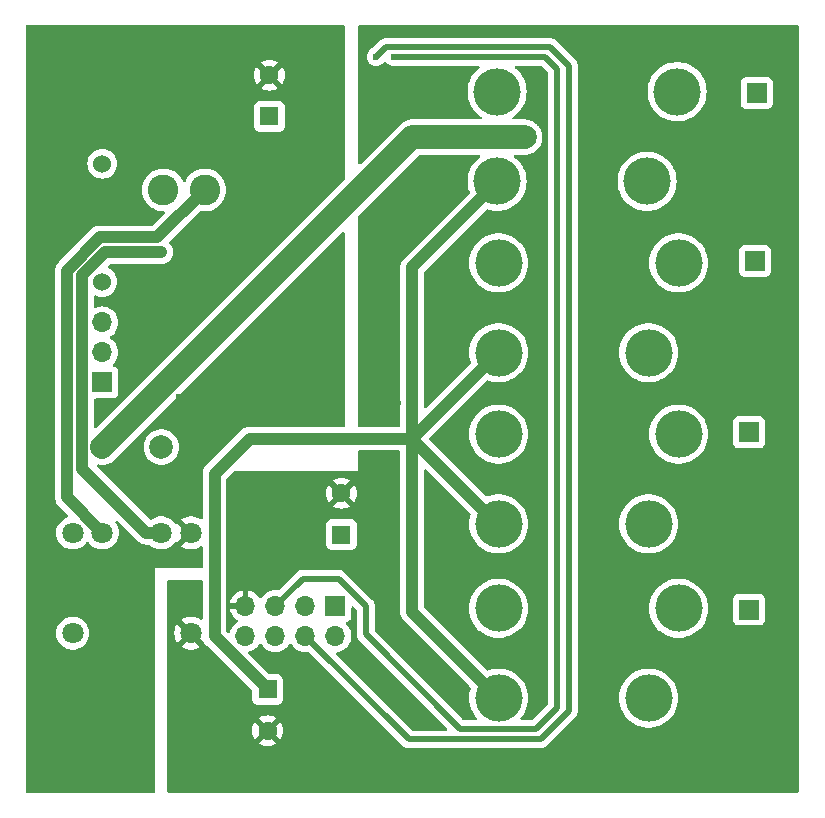
<source format=gbl>
G04 #@! TF.GenerationSoftware,KiCad,Pcbnew,8.0.2-8.0.2-0~ubuntu22.04.1*
G04 #@! TF.CreationDate,2024-05-20T15:25:02+07:00*
G04 #@! TF.ProjectId,PCB_design,5043425f-6465-4736-9967-6e2e6b696361,rev?*
G04 #@! TF.SameCoordinates,Original*
G04 #@! TF.FileFunction,Copper,L2,Bot*
G04 #@! TF.FilePolarity,Positive*
%FSLAX46Y46*%
G04 Gerber Fmt 4.6, Leading zero omitted, Abs format (unit mm)*
G04 Created by KiCad (PCBNEW 8.0.2-8.0.2-0~ubuntu22.04.1) date 2024-05-20 15:25:02*
%MOMM*%
%LPD*%
G01*
G04 APERTURE LIST*
G04 #@! TA.AperFunction,ComponentPad*
%ADD10C,1.800000*%
G04 #@! TD*
G04 #@! TA.AperFunction,ComponentPad*
%ADD11C,4.000000*%
G04 #@! TD*
G04 #@! TA.AperFunction,ComponentPad*
%ADD12R,1.700000X1.700000*%
G04 #@! TD*
G04 #@! TA.AperFunction,ComponentPad*
%ADD13O,1.700000X1.700000*%
G04 #@! TD*
G04 #@! TA.AperFunction,ComponentPad*
%ADD14R,1.600000X1.600000*%
G04 #@! TD*
G04 #@! TA.AperFunction,ComponentPad*
%ADD15C,1.600000*%
G04 #@! TD*
G04 #@! TA.AperFunction,ComponentPad*
%ADD16C,1.524000*%
G04 #@! TD*
G04 #@! TA.AperFunction,ComponentPad*
%ADD17C,2.000000*%
G04 #@! TD*
G04 #@! TA.AperFunction,ComponentPad*
%ADD18C,2.600000*%
G04 #@! TD*
G04 #@! TA.AperFunction,ViaPad*
%ADD19C,0.600000*%
G04 #@! TD*
G04 #@! TA.AperFunction,ViaPad*
%ADD20C,1.000000*%
G04 #@! TD*
G04 #@! TA.AperFunction,ViaPad*
%ADD21C,2.000000*%
G04 #@! TD*
G04 #@! TA.AperFunction,Conductor*
%ADD22C,1.000000*%
G04 #@! TD*
G04 #@! TA.AperFunction,Conductor*
%ADD23C,2.000000*%
G04 #@! TD*
G04 #@! TA.AperFunction,Conductor*
%ADD24C,0.500000*%
G04 #@! TD*
G04 APERTURE END LIST*
D10*
X100500000Y-71500000D03*
X98000000Y-71500000D03*
X98000000Y-80000000D03*
X108000000Y-80000000D03*
X105500000Y-71500000D03*
X108000000Y-71500000D03*
D11*
X146750000Y-85500000D03*
X149290000Y-77900000D03*
X134050000Y-85500000D03*
X134050000Y-77900000D03*
X146750000Y-70750000D03*
X149290000Y-63150000D03*
X134050000Y-70750000D03*
X134050000Y-63150000D03*
X146750000Y-56250000D03*
X149290000Y-48650000D03*
X134050000Y-56250000D03*
X134050000Y-48650000D03*
X146625000Y-41750000D03*
X149165000Y-34150000D03*
X133925000Y-41750000D03*
X133925000Y-34150000D03*
D12*
X155250000Y-78000000D03*
X100500000Y-58775000D03*
D13*
X100500000Y-56235000D03*
X100500000Y-53695000D03*
D14*
X114650000Y-36252651D03*
D15*
X114650000Y-32752651D03*
D16*
X100500000Y-40250000D03*
X100500000Y-50250000D03*
D17*
X100500000Y-64250000D03*
X105500000Y-64250000D03*
D12*
X155750000Y-48500000D03*
X155900000Y-34250000D03*
D18*
X109180000Y-42470000D03*
X105680000Y-42470000D03*
D15*
X120750000Y-68152651D03*
D14*
X120750000Y-71652651D03*
D13*
X112620000Y-80240000D03*
X112620000Y-77700000D03*
X115160000Y-80240000D03*
X115160000Y-77700000D03*
X117700000Y-80240000D03*
X117700000Y-77700000D03*
X120240000Y-80240000D03*
D12*
X120240000Y-77700000D03*
X155250000Y-63000000D03*
D14*
X114487500Y-84762500D03*
D15*
X114487500Y-88262500D03*
D19*
X122500000Y-45000000D03*
X122500000Y-38500000D03*
X119000000Y-36750000D03*
X103750000Y-38500000D03*
X111250000Y-38750000D03*
X95000000Y-33750000D03*
X101750000Y-30250000D03*
X107500000Y-32000000D03*
X118500000Y-29500000D03*
X153750000Y-30250000D03*
X154750000Y-40500000D03*
X155250000Y-55750000D03*
X156000000Y-69750000D03*
X155750000Y-89000000D03*
X138500000Y-90750000D03*
X96500000Y-76250000D03*
X112750000Y-74250000D03*
X108000000Y-77250000D03*
X107250000Y-69250000D03*
X141750000Y-79250000D03*
X142000000Y-65750000D03*
X142500000Y-49500000D03*
X143500000Y-35300000D03*
X152300000Y-88100000D03*
X150100000Y-81700000D03*
X148700000Y-74400000D03*
X148700000Y-66600000D03*
X149200000Y-59400000D03*
X141200000Y-40200000D03*
X148600000Y-38700000D03*
X148800000Y-52300000D03*
X149100000Y-45200000D03*
X141100000Y-44000000D03*
X141300000Y-58600000D03*
X141300000Y-72500000D03*
X130600000Y-32600000D03*
X126400000Y-36300000D03*
X107000000Y-83500000D03*
X124500000Y-66000000D03*
X128500000Y-59000000D03*
X125500000Y-60500000D03*
X128500000Y-54500000D03*
X125000000Y-46000000D03*
X125000000Y-51500000D03*
X129000000Y-44500000D03*
X131500000Y-46500000D03*
X136000000Y-29000000D03*
X136700000Y-32500000D03*
X138000000Y-44000000D03*
X138000000Y-58500000D03*
X138000000Y-72500000D03*
X124500000Y-83500000D03*
X126500000Y-81500000D03*
X127000000Y-88000000D03*
X127000000Y-90500000D03*
X138000000Y-83500000D03*
X141500000Y-83500000D03*
X121000000Y-92500000D03*
X119000000Y-90000000D03*
X117000000Y-86500000D03*
X117000000Y-83000000D03*
X104000000Y-80500000D03*
X104500000Y-85000000D03*
X98500000Y-93000000D03*
X104000000Y-91000000D03*
X96500000Y-82500000D03*
X99500000Y-82500000D03*
X103000000Y-73500000D03*
X104200000Y-67900000D03*
X112000000Y-68500000D03*
X116000000Y-67500000D03*
X117500000Y-62000000D03*
X118500000Y-59000000D03*
X119500000Y-53500000D03*
X115500000Y-46000000D03*
X118500000Y-49000000D03*
X111000000Y-46000000D03*
X106000000Y-49500000D03*
X104000000Y-52000000D03*
X102500000Y-57500000D03*
X96000000Y-60000000D03*
X107000000Y-60000000D03*
X95500000Y-43000000D03*
X102000000Y-43000000D03*
D20*
X105500000Y-47750000D03*
D21*
X136250000Y-38000000D03*
D19*
X123700000Y-31200000D03*
X125200000Y-31200000D03*
D22*
X100500000Y-71500000D02*
X97500000Y-68500000D01*
X97500000Y-49302944D02*
X100302944Y-46500000D01*
X97500000Y-68500000D02*
X97500000Y-49302944D01*
X100302944Y-46500000D02*
X105150000Y-46500000D01*
X105150000Y-46500000D02*
X109180000Y-42470000D01*
X105500000Y-71500000D02*
X104227208Y-71500000D01*
X104227208Y-71500000D02*
X98800000Y-66072792D01*
X98800000Y-66072792D02*
X98800000Y-49700000D01*
X98800000Y-49700000D02*
X100750000Y-47750000D01*
X100750000Y-47750000D02*
X105500000Y-47750000D01*
X126725000Y-63525000D02*
X112975000Y-63525000D01*
X112975000Y-63525000D02*
X110000000Y-66500000D01*
X110000000Y-66500000D02*
X110000000Y-80275000D01*
X110000000Y-80275000D02*
X114487500Y-84762500D01*
D23*
X126750000Y-38000000D02*
X136250000Y-38000000D01*
X100500000Y-64250000D02*
X126750000Y-38000000D01*
D24*
X117700000Y-80240000D02*
X126460000Y-89000000D01*
X126460000Y-89000000D02*
X137600000Y-89000000D01*
X137600000Y-89000000D02*
X140000000Y-86600000D01*
X138444975Y-30400000D02*
X124500000Y-30400000D01*
X140000000Y-86600000D02*
X140000000Y-31955025D01*
X140000000Y-31955025D02*
X138444975Y-30400000D01*
X124500000Y-30400000D02*
X123700000Y-31200000D01*
X115160000Y-77700000D02*
X117460000Y-75400000D01*
X120500000Y-75400000D02*
X122800000Y-77700000D01*
X122800000Y-80100000D02*
X130800000Y-88100000D01*
X117460000Y-75400000D02*
X120500000Y-75400000D01*
X122800000Y-77700000D02*
X122800000Y-80100000D01*
X130800000Y-88100000D02*
X137200000Y-88100000D01*
X137200000Y-88100000D02*
X139000000Y-86300000D01*
X139000000Y-86300000D02*
X139000000Y-32200000D01*
X139000000Y-32200000D02*
X138000000Y-31200000D01*
X138000000Y-31200000D02*
X125200000Y-31200000D01*
D22*
X126725000Y-49025000D02*
X126725000Y-62900000D01*
X126725000Y-62900000D02*
X126725000Y-63525000D01*
X134010000Y-85510000D02*
X126725000Y-78225000D01*
X126725000Y-78225000D02*
X126725000Y-62900000D01*
X134000000Y-41750000D02*
X126725000Y-49025000D01*
X134000000Y-56250000D02*
X126725000Y-63525000D01*
X126725000Y-63525000D02*
X134010000Y-70810000D01*
G04 #@! TA.AperFunction,Conductor*
G36*
X120968039Y-28520185D02*
G01*
X121013794Y-28572989D01*
X121025000Y-28624500D01*
X121025000Y-41551611D01*
X121005315Y-41618650D01*
X120988681Y-41639292D01*
X100012181Y-62615792D01*
X99950858Y-62649277D01*
X99881166Y-62644293D01*
X99825233Y-62602421D01*
X99800816Y-62536957D01*
X99800500Y-62528111D01*
X99800500Y-60249499D01*
X99820185Y-60182460D01*
X99872989Y-60136705D01*
X99924500Y-60125499D01*
X101397871Y-60125499D01*
X101397872Y-60125499D01*
X101457483Y-60119091D01*
X101592331Y-60068796D01*
X101707546Y-59982546D01*
X101793796Y-59867331D01*
X101844091Y-59732483D01*
X101850500Y-59672873D01*
X101850499Y-57877128D01*
X101844091Y-57817517D01*
X101793796Y-57682669D01*
X101793795Y-57682668D01*
X101793793Y-57682664D01*
X101707547Y-57567455D01*
X101707544Y-57567452D01*
X101592335Y-57481206D01*
X101592328Y-57481202D01*
X101460917Y-57432189D01*
X101404983Y-57390318D01*
X101380566Y-57324853D01*
X101395418Y-57256580D01*
X101416563Y-57228332D01*
X101538495Y-57106401D01*
X101674035Y-56912830D01*
X101773903Y-56698663D01*
X101835063Y-56470408D01*
X101855659Y-56235000D01*
X101835063Y-55999592D01*
X101773903Y-55771337D01*
X101674035Y-55557171D01*
X101538495Y-55363599D01*
X101538494Y-55363597D01*
X101371402Y-55196506D01*
X101371396Y-55196501D01*
X101185842Y-55066575D01*
X101142217Y-55011998D01*
X101135023Y-54942500D01*
X101166546Y-54880145D01*
X101185842Y-54863425D01*
X101208026Y-54847891D01*
X101371401Y-54733495D01*
X101538495Y-54566401D01*
X101674035Y-54372830D01*
X101773903Y-54158663D01*
X101835063Y-53930408D01*
X101855659Y-53695000D01*
X101835063Y-53459592D01*
X101773903Y-53231337D01*
X101674035Y-53017171D01*
X101538495Y-52823599D01*
X101538494Y-52823597D01*
X101371402Y-52656506D01*
X101371395Y-52656501D01*
X101177834Y-52520967D01*
X101177830Y-52520965D01*
X100963663Y-52421097D01*
X100963659Y-52421096D01*
X100963655Y-52421094D01*
X100735413Y-52359938D01*
X100735403Y-52359936D01*
X100500001Y-52339341D01*
X100499999Y-52339341D01*
X100264596Y-52359936D01*
X100264586Y-52359938D01*
X100036344Y-52421094D01*
X100036335Y-52421097D01*
X99976905Y-52448811D01*
X99907828Y-52459303D01*
X99844044Y-52430783D01*
X99805804Y-52372307D01*
X99800500Y-52336429D01*
X99800500Y-51511473D01*
X99820185Y-51444434D01*
X99872989Y-51398679D01*
X99942147Y-51388735D01*
X99976898Y-51399089D01*
X100066550Y-51440894D01*
X100279932Y-51498070D01*
X100433133Y-51511473D01*
X100499998Y-51517323D01*
X100500000Y-51517323D01*
X100500002Y-51517323D01*
X100566867Y-51511473D01*
X100720068Y-51498070D01*
X100933450Y-51440894D01*
X101133662Y-51347534D01*
X101314620Y-51220826D01*
X101470826Y-51064620D01*
X101597534Y-50883662D01*
X101690894Y-50683450D01*
X101748070Y-50470068D01*
X101767323Y-50250000D01*
X101748070Y-50029932D01*
X101690894Y-49816550D01*
X101597534Y-49616339D01*
X101470826Y-49435380D01*
X101314620Y-49279174D01*
X101314616Y-49279171D01*
X101314615Y-49279170D01*
X101133666Y-49152468D01*
X101133658Y-49152464D01*
X101041002Y-49109258D01*
X100988562Y-49063086D01*
X100969410Y-48995893D01*
X100989626Y-48929011D01*
X101005718Y-48909201D01*
X101128103Y-48786816D01*
X101189425Y-48753334D01*
X101215783Y-48750500D01*
X105444756Y-48750500D01*
X105456909Y-48751096D01*
X105500000Y-48755341D01*
X105543090Y-48751096D01*
X105555244Y-48750500D01*
X105598542Y-48750500D01*
X105614454Y-48747334D01*
X105641005Y-48742053D01*
X105653037Y-48740268D01*
X105696132Y-48736024D01*
X105737580Y-48723450D01*
X105749353Y-48720500D01*
X105791835Y-48712051D01*
X105831847Y-48695476D01*
X105843280Y-48691386D01*
X105884727Y-48678814D01*
X105922918Y-48658399D01*
X105933906Y-48653202D01*
X105973914Y-48636632D01*
X106009938Y-48612560D01*
X106020351Y-48606320D01*
X106046591Y-48592295D01*
X106058535Y-48585912D01*
X106058539Y-48585909D01*
X106092005Y-48558444D01*
X106101782Y-48551193D01*
X106137781Y-48527140D01*
X106137783Y-48527138D01*
X106139118Y-48525803D01*
X106168408Y-48496512D01*
X106177402Y-48488359D01*
X106210883Y-48460883D01*
X106238359Y-48427402D01*
X106246512Y-48418408D01*
X106277139Y-48387782D01*
X106301193Y-48351781D01*
X106308444Y-48342005D01*
X106335909Y-48308539D01*
X106335912Y-48308535D01*
X106342295Y-48296591D01*
X106356320Y-48270351D01*
X106362560Y-48259938D01*
X106386632Y-48223914D01*
X106403202Y-48183906D01*
X106408399Y-48172918D01*
X106428814Y-48134727D01*
X106441386Y-48093280D01*
X106445476Y-48081847D01*
X106462051Y-48041835D01*
X106470500Y-47999353D01*
X106473450Y-47987580D01*
X106486024Y-47946132D01*
X106490268Y-47903037D01*
X106492054Y-47890999D01*
X106500500Y-47848541D01*
X106500500Y-47805244D01*
X106501097Y-47793090D01*
X106505341Y-47750000D01*
X106501097Y-47706907D01*
X106500500Y-47694754D01*
X106500500Y-47651458D01*
X106498117Y-47639480D01*
X106492052Y-47608990D01*
X106490268Y-47596961D01*
X106486024Y-47553869D01*
X106486024Y-47553868D01*
X106473448Y-47512414D01*
X106470499Y-47500640D01*
X106462051Y-47458165D01*
X106445480Y-47418160D01*
X106441382Y-47406706D01*
X106428814Y-47365273D01*
X106408404Y-47327091D01*
X106403201Y-47316090D01*
X106386632Y-47276086D01*
X106362572Y-47240078D01*
X106356316Y-47229640D01*
X106335911Y-47191464D01*
X106335910Y-47191462D01*
X106308438Y-47157988D01*
X106301194Y-47148219D01*
X106277140Y-47112219D01*
X106277136Y-47112214D01*
X106246520Y-47081599D01*
X106238346Y-47072581D01*
X106210880Y-47039113D01*
X106206576Y-47034809D01*
X106208471Y-47032913D01*
X106175656Y-46984755D01*
X106173776Y-46914911D01*
X106205967Y-46858951D01*
X108782989Y-44281930D01*
X108844310Y-44248447D01*
X108889145Y-44246998D01*
X109045071Y-44270500D01*
X109045072Y-44270500D01*
X109314928Y-44270500D01*
X109314929Y-44270500D01*
X109314936Y-44270499D01*
X109581767Y-44230281D01*
X109581768Y-44230280D01*
X109581772Y-44230280D01*
X109839641Y-44150738D01*
X110082775Y-44033651D01*
X110305741Y-43881635D01*
X110503561Y-43698085D01*
X110671815Y-43487102D01*
X110806743Y-43253398D01*
X110905334Y-43002195D01*
X110965383Y-42739103D01*
X110985549Y-42470000D01*
X110965383Y-42200897D01*
X110905334Y-41937805D01*
X110806743Y-41686602D01*
X110671815Y-41452898D01*
X110503561Y-41241915D01*
X110503560Y-41241914D01*
X110503557Y-41241910D01*
X110305741Y-41058365D01*
X110082775Y-40906349D01*
X110082769Y-40906346D01*
X110082768Y-40906345D01*
X110082767Y-40906344D01*
X109839643Y-40789263D01*
X109839645Y-40789263D01*
X109581773Y-40709720D01*
X109581767Y-40709718D01*
X109314936Y-40669500D01*
X109314929Y-40669500D01*
X109045071Y-40669500D01*
X109045063Y-40669500D01*
X108778232Y-40709718D01*
X108778226Y-40709720D01*
X108520358Y-40789262D01*
X108277230Y-40906346D01*
X108054258Y-41058365D01*
X107856442Y-41241910D01*
X107688185Y-41452898D01*
X107553258Y-41686599D01*
X107545428Y-41706550D01*
X107502611Y-41761763D01*
X107436741Y-41785063D01*
X107368731Y-41769052D01*
X107320173Y-41718813D01*
X107314572Y-41706550D01*
X107306743Y-41686603D01*
X107306743Y-41686602D01*
X107171815Y-41452898D01*
X107003561Y-41241915D01*
X107003560Y-41241914D01*
X107003557Y-41241910D01*
X106805741Y-41058365D01*
X106582775Y-40906349D01*
X106582769Y-40906346D01*
X106582768Y-40906345D01*
X106582767Y-40906344D01*
X106339643Y-40789263D01*
X106339645Y-40789263D01*
X106081773Y-40709720D01*
X106081767Y-40709718D01*
X105814936Y-40669500D01*
X105814929Y-40669500D01*
X105545071Y-40669500D01*
X105545063Y-40669500D01*
X105278232Y-40709718D01*
X105278226Y-40709720D01*
X105020358Y-40789262D01*
X104777230Y-40906346D01*
X104554258Y-41058365D01*
X104356442Y-41241910D01*
X104188185Y-41452898D01*
X104053258Y-41686599D01*
X104053256Y-41686603D01*
X103954666Y-41937804D01*
X103954664Y-41937811D01*
X103894616Y-42200898D01*
X103874451Y-42469995D01*
X103874451Y-42470004D01*
X103894616Y-42739101D01*
X103954664Y-43002188D01*
X103954666Y-43002195D01*
X104053257Y-43253398D01*
X104188185Y-43487102D01*
X104324080Y-43657509D01*
X104356442Y-43698089D01*
X104543183Y-43871358D01*
X104554259Y-43881635D01*
X104777226Y-44033651D01*
X105020359Y-44150738D01*
X105278228Y-44230280D01*
X105278229Y-44230280D01*
X105278232Y-44230281D01*
X105545063Y-44270499D01*
X105545068Y-44270499D01*
X105545071Y-44270500D01*
X105545072Y-44270500D01*
X105665216Y-44270500D01*
X105732255Y-44290185D01*
X105778010Y-44342989D01*
X105787954Y-44412147D01*
X105758929Y-44475703D01*
X105752897Y-44482181D01*
X104771899Y-45463181D01*
X104710576Y-45496666D01*
X104684218Y-45499500D01*
X100204400Y-45499500D01*
X100011115Y-45537946D01*
X100011111Y-45537948D01*
X100011109Y-45537948D01*
X100011108Y-45537949D01*
X99935689Y-45569188D01*
X99935687Y-45569189D01*
X99829029Y-45613368D01*
X99829029Y-45613369D01*
X99829028Y-45613369D01*
X99665166Y-45722857D01*
X99665158Y-45722863D01*
X97539482Y-47848541D01*
X96862220Y-48525803D01*
X96862218Y-48525805D01*
X96802114Y-48585909D01*
X96722859Y-48665163D01*
X96613371Y-48829023D01*
X96613364Y-48829036D01*
X96537950Y-49011104D01*
X96537947Y-49011114D01*
X96499500Y-49204400D01*
X96499500Y-68598544D01*
X96537947Y-68791833D01*
X96537949Y-68791837D01*
X96560038Y-68845164D01*
X96613366Y-68973911D01*
X96613371Y-68973920D01*
X96722859Y-69137780D01*
X96722860Y-69137781D01*
X96722861Y-69137782D01*
X96862218Y-69277139D01*
X96862219Y-69277139D01*
X96869286Y-69284206D01*
X96869285Y-69284206D01*
X96869289Y-69284209D01*
X97565001Y-69979921D01*
X97598486Y-70041244D01*
X97593502Y-70110936D01*
X97551630Y-70166869D01*
X97517583Y-70184883D01*
X97435504Y-70213061D01*
X97435495Y-70213064D01*
X97231371Y-70323531D01*
X97231365Y-70323535D01*
X97048222Y-70466081D01*
X97048219Y-70466084D01*
X96891016Y-70636852D01*
X96764075Y-70831151D01*
X96670842Y-71043699D01*
X96613866Y-71268691D01*
X96613864Y-71268702D01*
X96594700Y-71499993D01*
X96594700Y-71500006D01*
X96613864Y-71731297D01*
X96613866Y-71731308D01*
X96670842Y-71956300D01*
X96764075Y-72168848D01*
X96891016Y-72363147D01*
X96891019Y-72363151D01*
X96891021Y-72363153D01*
X97048216Y-72533913D01*
X97048219Y-72533915D01*
X97048222Y-72533918D01*
X97231365Y-72676464D01*
X97231371Y-72676468D01*
X97231374Y-72676470D01*
X97366848Y-72749785D01*
X97434652Y-72786479D01*
X97435497Y-72786936D01*
X97503254Y-72810197D01*
X97655015Y-72862297D01*
X97655017Y-72862297D01*
X97655019Y-72862298D01*
X97883951Y-72900500D01*
X97883952Y-72900500D01*
X98116048Y-72900500D01*
X98116049Y-72900500D01*
X98344981Y-72862298D01*
X98564503Y-72786936D01*
X98768626Y-72676470D01*
X98951784Y-72533913D01*
X99108979Y-72363153D01*
X99146191Y-72306196D01*
X99199337Y-72260839D01*
X99268569Y-72251415D01*
X99331904Y-72280917D01*
X99353809Y-72306196D01*
X99391016Y-72363147D01*
X99391019Y-72363151D01*
X99391021Y-72363153D01*
X99548216Y-72533913D01*
X99548219Y-72533915D01*
X99548222Y-72533918D01*
X99731365Y-72676464D01*
X99731371Y-72676468D01*
X99731374Y-72676470D01*
X99866848Y-72749785D01*
X99934652Y-72786479D01*
X99935497Y-72786936D01*
X100003254Y-72810197D01*
X100155015Y-72862297D01*
X100155017Y-72862297D01*
X100155019Y-72862298D01*
X100383951Y-72900500D01*
X100383952Y-72900500D01*
X100616048Y-72900500D01*
X100616049Y-72900500D01*
X100844981Y-72862298D01*
X101064503Y-72786936D01*
X101268626Y-72676470D01*
X101451784Y-72533913D01*
X101608979Y-72363153D01*
X101735924Y-72168849D01*
X101829157Y-71956300D01*
X101886134Y-71731305D01*
X101898755Y-71578991D01*
X101905300Y-71500006D01*
X101905300Y-71499993D01*
X101886135Y-71268702D01*
X101886133Y-71268691D01*
X101829157Y-71043699D01*
X101735924Y-70831151D01*
X101621863Y-70656567D01*
X101601676Y-70589678D01*
X101620856Y-70522492D01*
X101673314Y-70476342D01*
X101742396Y-70465879D01*
X101806168Y-70494425D01*
X101813353Y-70501065D01*
X103446943Y-72134655D01*
X103446972Y-72134686D01*
X103589422Y-72277136D01*
X103589426Y-72277139D01*
X103753287Y-72386628D01*
X103753300Y-72386635D01*
X103882041Y-72439961D01*
X103924952Y-72457735D01*
X103935372Y-72462051D01*
X104032020Y-72481275D01*
X104080343Y-72490887D01*
X104128666Y-72500500D01*
X104128667Y-72500500D01*
X104128668Y-72500500D01*
X104325748Y-72500500D01*
X104463536Y-72500500D01*
X104530575Y-72520185D01*
X104547521Y-72533272D01*
X104548204Y-72533901D01*
X104548216Y-72533913D01*
X104731374Y-72676470D01*
X104866848Y-72749785D01*
X104934652Y-72786479D01*
X104935497Y-72786936D01*
X105003254Y-72810197D01*
X105155015Y-72862297D01*
X105155017Y-72862297D01*
X105155019Y-72862298D01*
X105383951Y-72900500D01*
X105383952Y-72900500D01*
X105616048Y-72900500D01*
X105616049Y-72900500D01*
X105844981Y-72862298D01*
X106064503Y-72786936D01*
X106268626Y-72676470D01*
X106451784Y-72533913D01*
X106608979Y-72363153D01*
X106646491Y-72305736D01*
X106699634Y-72260382D01*
X106768865Y-72250957D01*
X106832201Y-72280458D01*
X106846914Y-72297436D01*
X106848812Y-72297633D01*
X107435387Y-71711058D01*
X107440889Y-71731591D01*
X107519881Y-71868408D01*
X107631592Y-71980119D01*
X107768409Y-72059111D01*
X107788940Y-72064612D01*
X107201201Y-72652351D01*
X107231649Y-72676050D01*
X107435697Y-72786476D01*
X107435706Y-72786479D01*
X107655139Y-72861811D01*
X107883993Y-72900000D01*
X108116007Y-72900000D01*
X108344860Y-72861811D01*
X108564293Y-72786479D01*
X108564302Y-72786476D01*
X108768350Y-72676050D01*
X108799336Y-72651933D01*
X108864330Y-72626289D01*
X108932870Y-72639855D01*
X108983196Y-72688322D01*
X108999500Y-72749785D01*
X108999500Y-74376000D01*
X108979815Y-74443039D01*
X108927011Y-74488794D01*
X108875500Y-74500000D01*
X105000000Y-74500000D01*
X105000000Y-93375500D01*
X104980315Y-93442539D01*
X104927511Y-93488294D01*
X104876000Y-93499500D01*
X94124500Y-93499500D01*
X94057461Y-93479815D01*
X94011706Y-93427011D01*
X94000500Y-93375500D01*
X94000500Y-79999993D01*
X96594700Y-79999993D01*
X96594700Y-80000006D01*
X96613864Y-80231297D01*
X96613866Y-80231308D01*
X96670842Y-80456300D01*
X96764075Y-80668848D01*
X96891016Y-80863147D01*
X96891019Y-80863151D01*
X96891021Y-80863153D01*
X97048216Y-81033913D01*
X97048219Y-81033915D01*
X97048222Y-81033918D01*
X97231365Y-81176464D01*
X97231371Y-81176468D01*
X97231374Y-81176470D01*
X97435497Y-81286936D01*
X97549487Y-81326068D01*
X97655015Y-81362297D01*
X97655017Y-81362297D01*
X97655019Y-81362298D01*
X97883951Y-81400500D01*
X97883952Y-81400500D01*
X98116048Y-81400500D01*
X98116049Y-81400500D01*
X98344981Y-81362298D01*
X98564503Y-81286936D01*
X98768626Y-81176470D01*
X98951784Y-81033913D01*
X99108979Y-80863153D01*
X99235924Y-80668849D01*
X99329157Y-80456300D01*
X99386134Y-80231305D01*
X99405300Y-80000000D01*
X99405300Y-79999993D01*
X99386135Y-79768702D01*
X99386133Y-79768691D01*
X99329157Y-79543699D01*
X99235924Y-79331151D01*
X99108983Y-79136852D01*
X99108980Y-79136849D01*
X99108979Y-79136847D01*
X98951784Y-78966087D01*
X98951779Y-78966083D01*
X98951777Y-78966081D01*
X98768634Y-78823535D01*
X98768628Y-78823531D01*
X98564504Y-78713064D01*
X98564495Y-78713061D01*
X98344984Y-78637702D01*
X98173282Y-78609050D01*
X98116049Y-78599500D01*
X97883951Y-78599500D01*
X97838164Y-78607140D01*
X97655015Y-78637702D01*
X97435504Y-78713061D01*
X97435495Y-78713064D01*
X97231371Y-78823531D01*
X97231365Y-78823535D01*
X97048222Y-78966081D01*
X97048219Y-78966084D01*
X96891016Y-79136852D01*
X96764075Y-79331151D01*
X96670842Y-79543699D01*
X96613866Y-79768691D01*
X96613864Y-79768702D01*
X96594700Y-79999993D01*
X94000500Y-79999993D01*
X94000500Y-40249997D01*
X99232677Y-40249997D01*
X99232677Y-40250002D01*
X99251929Y-40470062D01*
X99251930Y-40470070D01*
X99309104Y-40683445D01*
X99309105Y-40683447D01*
X99309106Y-40683450D01*
X99321355Y-40709718D01*
X99402466Y-40883662D01*
X99402468Y-40883666D01*
X99529170Y-41064615D01*
X99529175Y-41064621D01*
X99685378Y-41220824D01*
X99685384Y-41220829D01*
X99866333Y-41347531D01*
X99866335Y-41347532D01*
X99866338Y-41347534D01*
X100066550Y-41440894D01*
X100279932Y-41498070D01*
X100437123Y-41511822D01*
X100499998Y-41517323D01*
X100500000Y-41517323D01*
X100500002Y-41517323D01*
X100555017Y-41512509D01*
X100720068Y-41498070D01*
X100933450Y-41440894D01*
X101133662Y-41347534D01*
X101314620Y-41220826D01*
X101470826Y-41064620D01*
X101597534Y-40883662D01*
X101690894Y-40683450D01*
X101748070Y-40470068D01*
X101767323Y-40250000D01*
X101748070Y-40029932D01*
X101690894Y-39816550D01*
X101597534Y-39616339D01*
X101470826Y-39435380D01*
X101314620Y-39279174D01*
X101314616Y-39279171D01*
X101314615Y-39279170D01*
X101133666Y-39152468D01*
X101133662Y-39152466D01*
X101133660Y-39152465D01*
X100933450Y-39059106D01*
X100933447Y-39059105D01*
X100933445Y-39059104D01*
X100720070Y-39001930D01*
X100720062Y-39001929D01*
X100500002Y-38982677D01*
X100499998Y-38982677D01*
X100279937Y-39001929D01*
X100279929Y-39001930D01*
X100066554Y-39059104D01*
X100066548Y-39059107D01*
X99866340Y-39152465D01*
X99866338Y-39152466D01*
X99685377Y-39279175D01*
X99529175Y-39435377D01*
X99402466Y-39616338D01*
X99402465Y-39616340D01*
X99309107Y-39816548D01*
X99309104Y-39816554D01*
X99251930Y-40029929D01*
X99251929Y-40029937D01*
X99232677Y-40249997D01*
X94000500Y-40249997D01*
X94000500Y-35404786D01*
X113349500Y-35404786D01*
X113349500Y-37100521D01*
X113349501Y-37100527D01*
X113355908Y-37160134D01*
X113406202Y-37294979D01*
X113406206Y-37294986D01*
X113492452Y-37410195D01*
X113492455Y-37410198D01*
X113607664Y-37496444D01*
X113607671Y-37496448D01*
X113742517Y-37546742D01*
X113742516Y-37546742D01*
X113749444Y-37547486D01*
X113802127Y-37553151D01*
X115497872Y-37553150D01*
X115557483Y-37546742D01*
X115692331Y-37496447D01*
X115807546Y-37410197D01*
X115893796Y-37294982D01*
X115944091Y-37160134D01*
X115950500Y-37100524D01*
X115950499Y-35404779D01*
X115944091Y-35345168D01*
X115893796Y-35210320D01*
X115893795Y-35210319D01*
X115893793Y-35210315D01*
X115807547Y-35095106D01*
X115807544Y-35095103D01*
X115692335Y-35008857D01*
X115692328Y-35008853D01*
X115557482Y-34958559D01*
X115557483Y-34958559D01*
X115497883Y-34952152D01*
X115497881Y-34952151D01*
X115497873Y-34952151D01*
X115497864Y-34952151D01*
X113802129Y-34952151D01*
X113802123Y-34952152D01*
X113742516Y-34958559D01*
X113607671Y-35008853D01*
X113607664Y-35008857D01*
X113492455Y-35095103D01*
X113492452Y-35095106D01*
X113406206Y-35210315D01*
X113406202Y-35210322D01*
X113355908Y-35345168D01*
X113349501Y-35404767D01*
X113349501Y-35404774D01*
X113349500Y-35404786D01*
X94000500Y-35404786D01*
X94000500Y-32752648D01*
X113345034Y-32752648D01*
X113345034Y-32752653D01*
X113364858Y-32979250D01*
X113364860Y-32979261D01*
X113423730Y-33198968D01*
X113423735Y-33198982D01*
X113519863Y-33405129D01*
X113570974Y-33478123D01*
X114250000Y-32799097D01*
X114250000Y-32805312D01*
X114277259Y-32907045D01*
X114329920Y-32998257D01*
X114404394Y-33072731D01*
X114495606Y-33125392D01*
X114597339Y-33152651D01*
X114603553Y-33152651D01*
X113924526Y-33831676D01*
X113997513Y-33882783D01*
X113997521Y-33882787D01*
X114203668Y-33978915D01*
X114203682Y-33978920D01*
X114423389Y-34037790D01*
X114423400Y-34037792D01*
X114649998Y-34057617D01*
X114650002Y-34057617D01*
X114876599Y-34037792D01*
X114876610Y-34037790D01*
X115096317Y-33978920D01*
X115096331Y-33978915D01*
X115302478Y-33882787D01*
X115375471Y-33831675D01*
X114696447Y-33152651D01*
X114702661Y-33152651D01*
X114804394Y-33125392D01*
X114895606Y-33072731D01*
X114970080Y-32998257D01*
X115022741Y-32907045D01*
X115050000Y-32805312D01*
X115050000Y-32799098D01*
X115729024Y-33478122D01*
X115780136Y-33405129D01*
X115876264Y-33198982D01*
X115876269Y-33198968D01*
X115935139Y-32979261D01*
X115935141Y-32979250D01*
X115954966Y-32752653D01*
X115954966Y-32752648D01*
X115935141Y-32526051D01*
X115935139Y-32526040D01*
X115876269Y-32306333D01*
X115876264Y-32306319D01*
X115780136Y-32100172D01*
X115780132Y-32100164D01*
X115729025Y-32027177D01*
X115050000Y-32706202D01*
X115050000Y-32699990D01*
X115022741Y-32598257D01*
X114970080Y-32507045D01*
X114895606Y-32432571D01*
X114804394Y-32379910D01*
X114702661Y-32352651D01*
X114696448Y-32352651D01*
X115375472Y-31673625D01*
X115302478Y-31622514D01*
X115096331Y-31526386D01*
X115096317Y-31526381D01*
X114876610Y-31467511D01*
X114876599Y-31467509D01*
X114650002Y-31447685D01*
X114649998Y-31447685D01*
X114423400Y-31467509D01*
X114423389Y-31467511D01*
X114203682Y-31526381D01*
X114203673Y-31526385D01*
X113997516Y-31622517D01*
X113997512Y-31622519D01*
X113924526Y-31673624D01*
X113924526Y-31673625D01*
X114603553Y-32352651D01*
X114597339Y-32352651D01*
X114495606Y-32379910D01*
X114404394Y-32432571D01*
X114329920Y-32507045D01*
X114277259Y-32598257D01*
X114250000Y-32699990D01*
X114250000Y-32706203D01*
X113570974Y-32027177D01*
X113570973Y-32027177D01*
X113519868Y-32100163D01*
X113519866Y-32100167D01*
X113423734Y-32306324D01*
X113423730Y-32306333D01*
X113364860Y-32526040D01*
X113364858Y-32526051D01*
X113345034Y-32752648D01*
X94000500Y-32752648D01*
X94000500Y-28624500D01*
X94020185Y-28557461D01*
X94072989Y-28511706D01*
X94124500Y-28500500D01*
X120901000Y-28500500D01*
X120968039Y-28520185D01*
G37*
G04 #@! TD.AperFunction*
G04 #@! TA.AperFunction,Conductor*
G36*
X120944334Y-46030206D02*
G01*
X121000267Y-46072078D01*
X121024684Y-46137542D01*
X121025000Y-46146388D01*
X121025000Y-62400500D01*
X121005315Y-62467539D01*
X120952511Y-62513294D01*
X120901000Y-62524500D01*
X112876456Y-62524500D01*
X112683171Y-62562946D01*
X112683167Y-62562948D01*
X112683165Y-62562948D01*
X112683164Y-62562949D01*
X112607745Y-62594188D01*
X112607743Y-62594189D01*
X112501085Y-62638368D01*
X112501085Y-62638369D01*
X112501084Y-62638369D01*
X112337222Y-62747857D01*
X112337214Y-62747863D01*
X109871398Y-65213681D01*
X109810075Y-65247166D01*
X109783717Y-65250000D01*
X109750000Y-65250000D01*
X109750000Y-65283717D01*
X109730315Y-65350756D01*
X109713681Y-65371398D01*
X109362220Y-65722859D01*
X109362218Y-65722861D01*
X109292538Y-65792540D01*
X109222859Y-65862219D01*
X109113371Y-66026079D01*
X109113366Y-66026089D01*
X109060036Y-66154839D01*
X109053210Y-66171322D01*
X109053206Y-66171332D01*
X109037949Y-66208164D01*
X109037947Y-66208170D01*
X108999500Y-66401456D01*
X108999500Y-70250214D01*
X108979815Y-70317253D01*
X108927011Y-70363008D01*
X108857853Y-70372952D01*
X108799338Y-70348068D01*
X108768349Y-70323949D01*
X108564302Y-70213523D01*
X108564293Y-70213520D01*
X108344860Y-70138188D01*
X108116007Y-70100000D01*
X107883993Y-70100000D01*
X107655139Y-70138188D01*
X107435706Y-70213520D01*
X107435697Y-70213523D01*
X107231650Y-70323949D01*
X107201200Y-70347647D01*
X107788940Y-70935387D01*
X107768409Y-70940889D01*
X107631592Y-71019881D01*
X107519881Y-71131592D01*
X107440889Y-71268409D01*
X107435387Y-71288941D01*
X106848811Y-70702365D01*
X106844029Y-70702861D01*
X106800959Y-70739618D01*
X106731728Y-70749041D01*
X106668392Y-70719538D01*
X106646489Y-70694260D01*
X106608983Y-70636852D01*
X106608980Y-70636849D01*
X106608979Y-70636847D01*
X106451784Y-70466087D01*
X106451779Y-70466083D01*
X106451777Y-70466081D01*
X106268634Y-70323535D01*
X106268628Y-70323531D01*
X106064504Y-70213064D01*
X106064495Y-70213061D01*
X105844984Y-70137702D01*
X105673282Y-70109050D01*
X105616049Y-70099500D01*
X105383951Y-70099500D01*
X105338164Y-70107140D01*
X105155015Y-70137702D01*
X104935504Y-70213061D01*
X104935495Y-70213064D01*
X104745807Y-70315718D01*
X104731374Y-70323530D01*
X104700388Y-70347647D01*
X104668366Y-70372570D01*
X104603371Y-70398211D01*
X104534831Y-70384643D01*
X104504524Y-70362396D01*
X100070404Y-65928276D01*
X100036919Y-65866953D01*
X100041903Y-65797261D01*
X100083775Y-65741328D01*
X100149239Y-65716911D01*
X100177480Y-65718121D01*
X100207391Y-65722859D01*
X100258640Y-65730976D01*
X100259559Y-65731125D01*
X100375665Y-65750500D01*
X100375666Y-65750500D01*
X100624333Y-65750500D01*
X100624335Y-65750500D01*
X100740532Y-65731109D01*
X100741217Y-65730997D01*
X100851368Y-65713553D01*
X100851379Y-65713549D01*
X100856110Y-65712414D01*
X100856157Y-65712612D01*
X100866414Y-65710104D01*
X100869614Y-65709571D01*
X100974688Y-65673497D01*
X100976360Y-65672939D01*
X101075992Y-65640568D01*
X101079321Y-65638871D01*
X101095355Y-65632074D01*
X101097269Y-65631416D01*
X101104810Y-65628828D01*
X101196514Y-65579198D01*
X101199107Y-65577837D01*
X101286434Y-65533343D01*
X101294922Y-65527175D01*
X101308789Y-65518440D01*
X101323505Y-65510476D01*
X101323504Y-65510476D01*
X101323509Y-65510474D01*
X101400456Y-65450582D01*
X101403730Y-65448121D01*
X101477510Y-65394517D01*
X101489699Y-65382327D01*
X101501210Y-65372162D01*
X101519744Y-65357738D01*
X101581245Y-65290928D01*
X101584747Y-65287278D01*
X102622031Y-64249994D01*
X103994357Y-64249994D01*
X103994357Y-64250005D01*
X104014890Y-64497812D01*
X104014892Y-64497824D01*
X104075936Y-64738881D01*
X104175826Y-64966606D01*
X104311833Y-65174782D01*
X104311836Y-65174785D01*
X104480256Y-65357738D01*
X104676491Y-65510474D01*
X104895190Y-65628828D01*
X105130386Y-65709571D01*
X105375665Y-65750500D01*
X105624335Y-65750500D01*
X105869614Y-65709571D01*
X106104810Y-65628828D01*
X106323509Y-65510474D01*
X106519744Y-65357738D01*
X106688164Y-65174785D01*
X106824173Y-64966607D01*
X106924063Y-64738881D01*
X106985108Y-64497821D01*
X106985109Y-64497812D01*
X107005643Y-64250005D01*
X107005643Y-64249994D01*
X106985109Y-64002187D01*
X106985107Y-64002175D01*
X106924063Y-63761118D01*
X106824173Y-63533393D01*
X106688166Y-63325217D01*
X106603426Y-63233165D01*
X106519744Y-63142262D01*
X106323509Y-62989526D01*
X106323507Y-62989525D01*
X106323506Y-62989524D01*
X106104811Y-62871172D01*
X106104802Y-62871169D01*
X105869616Y-62790429D01*
X105624335Y-62749500D01*
X105375665Y-62749500D01*
X105130383Y-62790429D01*
X104895197Y-62871169D01*
X104895188Y-62871172D01*
X104676493Y-62989524D01*
X104480257Y-63142261D01*
X104311833Y-63325217D01*
X104175826Y-63533393D01*
X104075936Y-63761118D01*
X104014892Y-64002175D01*
X104014890Y-64002187D01*
X103994357Y-64249994D01*
X102622031Y-64249994D01*
X120813320Y-46058706D01*
X120874642Y-46025222D01*
X120944334Y-46030206D01*
G37*
G04 #@! TD.AperFunction*
G04 #@! TA.AperFunction,Conductor*
G36*
X159442539Y-28520185D02*
G01*
X159488294Y-28572989D01*
X159499500Y-28624500D01*
X159499500Y-93375500D01*
X159479815Y-93442539D01*
X159427011Y-93488294D01*
X159375500Y-93499500D01*
X106124000Y-93499500D01*
X106056961Y-93479815D01*
X106011206Y-93427011D01*
X106000000Y-93375500D01*
X106000000Y-88262497D01*
X113182534Y-88262497D01*
X113182534Y-88262502D01*
X113202358Y-88489099D01*
X113202360Y-88489110D01*
X113261230Y-88708817D01*
X113261235Y-88708831D01*
X113357363Y-88914978D01*
X113408474Y-88987972D01*
X114087500Y-88308946D01*
X114087500Y-88315161D01*
X114114759Y-88416894D01*
X114167420Y-88508106D01*
X114241894Y-88582580D01*
X114333106Y-88635241D01*
X114434839Y-88662500D01*
X114441053Y-88662500D01*
X113762026Y-89341525D01*
X113835013Y-89392632D01*
X113835021Y-89392636D01*
X114041168Y-89488764D01*
X114041182Y-89488769D01*
X114260889Y-89547639D01*
X114260900Y-89547641D01*
X114487498Y-89567466D01*
X114487502Y-89567466D01*
X114714099Y-89547641D01*
X114714110Y-89547639D01*
X114933817Y-89488769D01*
X114933831Y-89488764D01*
X115139978Y-89392636D01*
X115212971Y-89341524D01*
X114533947Y-88662500D01*
X114540161Y-88662500D01*
X114641894Y-88635241D01*
X114733106Y-88582580D01*
X114807580Y-88508106D01*
X114860241Y-88416894D01*
X114887500Y-88315161D01*
X114887500Y-88308947D01*
X115566524Y-88987971D01*
X115617636Y-88914978D01*
X115713764Y-88708831D01*
X115713769Y-88708817D01*
X115772639Y-88489110D01*
X115772641Y-88489099D01*
X115792466Y-88262502D01*
X115792466Y-88262497D01*
X115772641Y-88035900D01*
X115772639Y-88035889D01*
X115713769Y-87816182D01*
X115713764Y-87816168D01*
X115617636Y-87610021D01*
X115617632Y-87610013D01*
X115566525Y-87537026D01*
X114887500Y-88216051D01*
X114887500Y-88209839D01*
X114860241Y-88108106D01*
X114807580Y-88016894D01*
X114733106Y-87942420D01*
X114641894Y-87889759D01*
X114540161Y-87862500D01*
X114533948Y-87862500D01*
X115212972Y-87183474D01*
X115139978Y-87132363D01*
X114933831Y-87036235D01*
X114933817Y-87036230D01*
X114714110Y-86977360D01*
X114714099Y-86977358D01*
X114487502Y-86957534D01*
X114487498Y-86957534D01*
X114260900Y-86977358D01*
X114260889Y-86977360D01*
X114041182Y-87036230D01*
X114041173Y-87036234D01*
X113835016Y-87132366D01*
X113835012Y-87132368D01*
X113762026Y-87183473D01*
X113762026Y-87183474D01*
X114441053Y-87862500D01*
X114434839Y-87862500D01*
X114333106Y-87889759D01*
X114241894Y-87942420D01*
X114167420Y-88016894D01*
X114114759Y-88108106D01*
X114087500Y-88209839D01*
X114087500Y-88216052D01*
X113408474Y-87537026D01*
X113408473Y-87537026D01*
X113357368Y-87610012D01*
X113357366Y-87610016D01*
X113261234Y-87816173D01*
X113261230Y-87816182D01*
X113202360Y-88035889D01*
X113202358Y-88035900D01*
X113182534Y-88262497D01*
X106000000Y-88262497D01*
X106000000Y-75624000D01*
X106019685Y-75556961D01*
X106072489Y-75511206D01*
X106124000Y-75500000D01*
X108875500Y-75500000D01*
X108942539Y-75519685D01*
X108988294Y-75572489D01*
X108999500Y-75624000D01*
X108999500Y-78750214D01*
X108979815Y-78817253D01*
X108927011Y-78863008D01*
X108857853Y-78872952D01*
X108799338Y-78848068D01*
X108768349Y-78823949D01*
X108564302Y-78713523D01*
X108564293Y-78713520D01*
X108344860Y-78638188D01*
X108116007Y-78600000D01*
X107883993Y-78600000D01*
X107655139Y-78638188D01*
X107435706Y-78713520D01*
X107435697Y-78713523D01*
X107231650Y-78823949D01*
X107201200Y-78847647D01*
X107788940Y-79435387D01*
X107768409Y-79440889D01*
X107631592Y-79519881D01*
X107519881Y-79631592D01*
X107440889Y-79768409D01*
X107435387Y-79788941D01*
X106848811Y-79202365D01*
X106764516Y-79331390D01*
X106671317Y-79543864D01*
X106614361Y-79768781D01*
X106595202Y-79999994D01*
X106595202Y-80000005D01*
X106614361Y-80231218D01*
X106671317Y-80456135D01*
X106764515Y-80668606D01*
X106848812Y-80797633D01*
X107435387Y-80211058D01*
X107440889Y-80231591D01*
X107519881Y-80368408D01*
X107631592Y-80480119D01*
X107768409Y-80559111D01*
X107788940Y-80564612D01*
X107201201Y-81152351D01*
X107231649Y-81176050D01*
X107435697Y-81286476D01*
X107435706Y-81286479D01*
X107655139Y-81361811D01*
X107883993Y-81400000D01*
X108116007Y-81400000D01*
X108344860Y-81361811D01*
X108564293Y-81286479D01*
X108564301Y-81286476D01*
X108768355Y-81176047D01*
X108798797Y-81152351D01*
X108798798Y-81152350D01*
X108211060Y-80564612D01*
X108231591Y-80559111D01*
X108368408Y-80480119D01*
X108480119Y-80368408D01*
X108559111Y-80231591D01*
X108564612Y-80211059D01*
X109126679Y-80773125D01*
X109142100Y-80791915D01*
X109222859Y-80912780D01*
X109222860Y-80912781D01*
X109222861Y-80912782D01*
X109362218Y-81052139D01*
X109362219Y-81052139D01*
X109369286Y-81059206D01*
X109369285Y-81059206D01*
X109369289Y-81059209D01*
X113150681Y-84840602D01*
X113184166Y-84901925D01*
X113187000Y-84928283D01*
X113187000Y-85610370D01*
X113187001Y-85610376D01*
X113193408Y-85669983D01*
X113243702Y-85804828D01*
X113243706Y-85804835D01*
X113329952Y-85920044D01*
X113329955Y-85920047D01*
X113445164Y-86006293D01*
X113445171Y-86006297D01*
X113580017Y-86056591D01*
X113580016Y-86056591D01*
X113586944Y-86057335D01*
X113639627Y-86063000D01*
X115335372Y-86062999D01*
X115394983Y-86056591D01*
X115529831Y-86006296D01*
X115645046Y-85920046D01*
X115731296Y-85804831D01*
X115781591Y-85669983D01*
X115788000Y-85610373D01*
X115787999Y-83914628D01*
X115781591Y-83855017D01*
X115755442Y-83784909D01*
X115731297Y-83720171D01*
X115731293Y-83720164D01*
X115645047Y-83604955D01*
X115645044Y-83604952D01*
X115529835Y-83518706D01*
X115529828Y-83518702D01*
X115394982Y-83468408D01*
X115394983Y-83468408D01*
X115335383Y-83462001D01*
X115335381Y-83462000D01*
X115335373Y-83462000D01*
X115335365Y-83462000D01*
X114653283Y-83462000D01*
X114586244Y-83442315D01*
X114565602Y-83425681D01*
X112896526Y-81756606D01*
X112863041Y-81695283D01*
X112868025Y-81625591D01*
X112909897Y-81569658D01*
X112952111Y-81549151D01*
X113044348Y-81524437D01*
X113083653Y-81513906D01*
X113083654Y-81513905D01*
X113083663Y-81513903D01*
X113297830Y-81414035D01*
X113491401Y-81278495D01*
X113658495Y-81111401D01*
X113788425Y-80925842D01*
X113843002Y-80882217D01*
X113912500Y-80875023D01*
X113974855Y-80906546D01*
X113991575Y-80925842D01*
X114121500Y-81111395D01*
X114121505Y-81111401D01*
X114288599Y-81278495D01*
X114385384Y-81346265D01*
X114482165Y-81414032D01*
X114482167Y-81414033D01*
X114482170Y-81414035D01*
X114696337Y-81513903D01*
X114924592Y-81575063D01*
X115112918Y-81591539D01*
X115159999Y-81595659D01*
X115160000Y-81595659D01*
X115160001Y-81595659D01*
X115199234Y-81592226D01*
X115395408Y-81575063D01*
X115623663Y-81513903D01*
X115837830Y-81414035D01*
X116031401Y-81278495D01*
X116198495Y-81111401D01*
X116328425Y-80925842D01*
X116383002Y-80882217D01*
X116452500Y-80875023D01*
X116514855Y-80906546D01*
X116531575Y-80925842D01*
X116661500Y-81111395D01*
X116661505Y-81111401D01*
X116828599Y-81278495D01*
X116925384Y-81346265D01*
X117022165Y-81414032D01*
X117022167Y-81414033D01*
X117022170Y-81414035D01*
X117236337Y-81513903D01*
X117464592Y-81575063D01*
X117652918Y-81591539D01*
X117699999Y-81595659D01*
X117700000Y-81595659D01*
X117700001Y-81595659D01*
X117735284Y-81592571D01*
X117913013Y-81577022D01*
X117981512Y-81590788D01*
X118011501Y-81612869D01*
X125981586Y-89582954D01*
X126011058Y-89602645D01*
X126055270Y-89632186D01*
X126104505Y-89665084D01*
X126104506Y-89665084D01*
X126104507Y-89665085D01*
X126104509Y-89665086D01*
X126241082Y-89721656D01*
X126241087Y-89721658D01*
X126241091Y-89721658D01*
X126241092Y-89721659D01*
X126386079Y-89750500D01*
X126386082Y-89750500D01*
X137673920Y-89750500D01*
X137771462Y-89731096D01*
X137818913Y-89721658D01*
X137955495Y-89665084D01*
X138004729Y-89632186D01*
X138004734Y-89632183D01*
X138029071Y-89615921D01*
X138078416Y-89582952D01*
X140582952Y-87078415D01*
X140620875Y-87021658D01*
X140665084Y-86955495D01*
X140695133Y-86882951D01*
X140721659Y-86818912D01*
X140750500Y-86673917D01*
X140750500Y-86526082D01*
X140750500Y-85499994D01*
X144244556Y-85499994D01*
X144244556Y-85500005D01*
X144264310Y-85814004D01*
X144264311Y-85814011D01*
X144264312Y-85814015D01*
X144304645Y-86025451D01*
X144323270Y-86123083D01*
X144420497Y-86422316D01*
X144420499Y-86422321D01*
X144554461Y-86707003D01*
X144554464Y-86707009D01*
X144723051Y-86972661D01*
X144723054Y-86972665D01*
X144923606Y-87215090D01*
X144923608Y-87215092D01*
X144923610Y-87215094D01*
X145066738Y-87349500D01*
X145152968Y-87430476D01*
X145152978Y-87430484D01*
X145407504Y-87615408D01*
X145407509Y-87615410D01*
X145407516Y-87615416D01*
X145683234Y-87766994D01*
X145683239Y-87766996D01*
X145683241Y-87766997D01*
X145683242Y-87766998D01*
X145975771Y-87882818D01*
X145975774Y-87882819D01*
X146280523Y-87961065D01*
X146280527Y-87961066D01*
X146346010Y-87969338D01*
X146592670Y-88000499D01*
X146592679Y-88000499D01*
X146592682Y-88000500D01*
X146592684Y-88000500D01*
X146907316Y-88000500D01*
X146907318Y-88000500D01*
X146907321Y-88000499D01*
X146907329Y-88000499D01*
X147093593Y-87976968D01*
X147219473Y-87961066D01*
X147524225Y-87882819D01*
X147524228Y-87882818D01*
X147816757Y-87766998D01*
X147816758Y-87766997D01*
X147816756Y-87766997D01*
X147816766Y-87766994D01*
X148092484Y-87615416D01*
X148347030Y-87430478D01*
X148576390Y-87215094D01*
X148776947Y-86972663D01*
X148945537Y-86707007D01*
X149079503Y-86422315D01*
X149176731Y-86123079D01*
X149235688Y-85814015D01*
X149244750Y-85669982D01*
X149255444Y-85500005D01*
X149255444Y-85499994D01*
X149235689Y-85185995D01*
X149235688Y-85185988D01*
X149235688Y-85185985D01*
X149176731Y-84876921D01*
X149079503Y-84577685D01*
X148945537Y-84292993D01*
X148776947Y-84027337D01*
X148683702Y-83914623D01*
X148576393Y-83784909D01*
X148576391Y-83784907D01*
X148347031Y-83569523D01*
X148347021Y-83569515D01*
X148092495Y-83384591D01*
X148092488Y-83384586D01*
X148092484Y-83384584D01*
X147816766Y-83233006D01*
X147816763Y-83233004D01*
X147816758Y-83233002D01*
X147816757Y-83233001D01*
X147524228Y-83117181D01*
X147524225Y-83117180D01*
X147219476Y-83038934D01*
X147219463Y-83038932D01*
X146907329Y-82999500D01*
X146907318Y-82999500D01*
X146592682Y-82999500D01*
X146592670Y-82999500D01*
X146280536Y-83038932D01*
X146280523Y-83038934D01*
X145975774Y-83117180D01*
X145975771Y-83117181D01*
X145683242Y-83233001D01*
X145683241Y-83233002D01*
X145407516Y-83384584D01*
X145407504Y-83384591D01*
X145152978Y-83569515D01*
X145152968Y-83569523D01*
X144923608Y-83784907D01*
X144923606Y-83784909D01*
X144723054Y-84027334D01*
X144723051Y-84027338D01*
X144554464Y-84292990D01*
X144554461Y-84292996D01*
X144420499Y-84577678D01*
X144420497Y-84577683D01*
X144323270Y-84876916D01*
X144264311Y-85185988D01*
X144264310Y-85185995D01*
X144244556Y-85499994D01*
X140750500Y-85499994D01*
X140750500Y-77899994D01*
X146784556Y-77899994D01*
X146784556Y-77900005D01*
X146804310Y-78214004D01*
X146804311Y-78214011D01*
X146863270Y-78523083D01*
X146960497Y-78822316D01*
X146960499Y-78822321D01*
X147094461Y-79107003D01*
X147094464Y-79107009D01*
X147263051Y-79372661D01*
X147263054Y-79372665D01*
X147463606Y-79615090D01*
X147463608Y-79615092D01*
X147463610Y-79615094D01*
X147670330Y-79809217D01*
X147692968Y-79830476D01*
X147692978Y-79830484D01*
X147947504Y-80015408D01*
X147947509Y-80015410D01*
X147947516Y-80015416D01*
X148223234Y-80166994D01*
X148223239Y-80166996D01*
X148223241Y-80166997D01*
X148223242Y-80166998D01*
X148515771Y-80282818D01*
X148515774Y-80282819D01*
X148656367Y-80318917D01*
X148820527Y-80361066D01*
X148886010Y-80369338D01*
X149132670Y-80400499D01*
X149132679Y-80400499D01*
X149132682Y-80400500D01*
X149132684Y-80400500D01*
X149447316Y-80400500D01*
X149447318Y-80400500D01*
X149447321Y-80400499D01*
X149447329Y-80400499D01*
X149660722Y-80373541D01*
X149759473Y-80361066D01*
X150064225Y-80282819D01*
X150172374Y-80240000D01*
X150356757Y-80166998D01*
X150356758Y-80166997D01*
X150356756Y-80166997D01*
X150356766Y-80166994D01*
X150632484Y-80015416D01*
X150887030Y-79830478D01*
X151116390Y-79615094D01*
X151316947Y-79372663D01*
X151485537Y-79107007D01*
X151619503Y-78822315D01*
X151716731Y-78523079D01*
X151775688Y-78214015D01*
X151776570Y-78200000D01*
X151795444Y-77900005D01*
X151795444Y-77899994D01*
X151775689Y-77585995D01*
X151775688Y-77585988D01*
X151775688Y-77585985D01*
X151716731Y-77276921D01*
X151659939Y-77102135D01*
X153899500Y-77102135D01*
X153899500Y-78897870D01*
X153899501Y-78897876D01*
X153905908Y-78957483D01*
X153956202Y-79092328D01*
X153956206Y-79092335D01*
X154042452Y-79207544D01*
X154042455Y-79207547D01*
X154157664Y-79293793D01*
X154157671Y-79293797D01*
X154292517Y-79344091D01*
X154292516Y-79344091D01*
X154299444Y-79344835D01*
X154352127Y-79350500D01*
X156147872Y-79350499D01*
X156207483Y-79344091D01*
X156342331Y-79293796D01*
X156457546Y-79207546D01*
X156543796Y-79092331D01*
X156594091Y-78957483D01*
X156600500Y-78897873D01*
X156600499Y-77102128D01*
X156594091Y-77042517D01*
X156590873Y-77033890D01*
X156543797Y-76907671D01*
X156543793Y-76907664D01*
X156457547Y-76792455D01*
X156457544Y-76792452D01*
X156342335Y-76706206D01*
X156342328Y-76706202D01*
X156207482Y-76655908D01*
X156207483Y-76655908D01*
X156147883Y-76649501D01*
X156147881Y-76649500D01*
X156147873Y-76649500D01*
X156147864Y-76649500D01*
X154352129Y-76649500D01*
X154352123Y-76649501D01*
X154292516Y-76655908D01*
X154157671Y-76706202D01*
X154157664Y-76706206D01*
X154042455Y-76792452D01*
X154042452Y-76792455D01*
X153956206Y-76907664D01*
X153956202Y-76907671D01*
X153905908Y-77042517D01*
X153903447Y-77065412D01*
X153899501Y-77102123D01*
X153899500Y-77102135D01*
X151659939Y-77102135D01*
X151619503Y-76977685D01*
X151485537Y-76692993D01*
X151379814Y-76526400D01*
X151316948Y-76427338D01*
X151316945Y-76427334D01*
X151116393Y-76184909D01*
X151116391Y-76184907D01*
X150887031Y-75969523D01*
X150887021Y-75969515D01*
X150632495Y-75784591D01*
X150632488Y-75784586D01*
X150632484Y-75784584D01*
X150356766Y-75633006D01*
X150356763Y-75633004D01*
X150356758Y-75633002D01*
X150356757Y-75633001D01*
X150064228Y-75517181D01*
X150064225Y-75517180D01*
X149759476Y-75438934D01*
X149759463Y-75438932D01*
X149447329Y-75399500D01*
X149447318Y-75399500D01*
X149132682Y-75399500D01*
X149132670Y-75399500D01*
X148820536Y-75438932D01*
X148820523Y-75438934D01*
X148515774Y-75517180D01*
X148515771Y-75517181D01*
X148223242Y-75633001D01*
X148223241Y-75633002D01*
X147947516Y-75784584D01*
X147947504Y-75784591D01*
X147692978Y-75969515D01*
X147692968Y-75969523D01*
X147463608Y-76184907D01*
X147463606Y-76184909D01*
X147263054Y-76427334D01*
X147263051Y-76427338D01*
X147094464Y-76692990D01*
X147094461Y-76692996D01*
X146960499Y-76977678D01*
X146960497Y-76977683D01*
X146863270Y-77276916D01*
X146804311Y-77585988D01*
X146804310Y-77585995D01*
X146784556Y-77899994D01*
X140750500Y-77899994D01*
X140750500Y-70749994D01*
X144244556Y-70749994D01*
X144244556Y-70750005D01*
X144264310Y-71064004D01*
X144264311Y-71064011D01*
X144323270Y-71373083D01*
X144420497Y-71672316D01*
X144420499Y-71672321D01*
X144554461Y-71957003D01*
X144554464Y-71957009D01*
X144723051Y-72222661D01*
X144723054Y-72222665D01*
X144923606Y-72465090D01*
X144923608Y-72465092D01*
X144923610Y-72465094D01*
X144961330Y-72500515D01*
X145152968Y-72680476D01*
X145152978Y-72680484D01*
X145407504Y-72865408D01*
X145407509Y-72865410D01*
X145407516Y-72865416D01*
X145683234Y-73016994D01*
X145683239Y-73016996D01*
X145683241Y-73016997D01*
X145683242Y-73016998D01*
X145975771Y-73132818D01*
X145975774Y-73132819D01*
X146280523Y-73211065D01*
X146280527Y-73211066D01*
X146346010Y-73219338D01*
X146592670Y-73250499D01*
X146592679Y-73250499D01*
X146592682Y-73250500D01*
X146592684Y-73250500D01*
X146907316Y-73250500D01*
X146907318Y-73250500D01*
X146907321Y-73250499D01*
X146907329Y-73250499D01*
X147093593Y-73226968D01*
X147219473Y-73211066D01*
X147524225Y-73132819D01*
X147524228Y-73132818D01*
X147816757Y-73016998D01*
X147816758Y-73016997D01*
X147816756Y-73016997D01*
X147816766Y-73016994D01*
X148092484Y-72865416D01*
X148347030Y-72680478D01*
X148576390Y-72465094D01*
X148776947Y-72222663D01*
X148945537Y-71957007D01*
X149079503Y-71672315D01*
X149176731Y-71373079D01*
X149235688Y-71064015D01*
X149235689Y-71064004D01*
X149255444Y-70750005D01*
X149255444Y-70749994D01*
X149235689Y-70435995D01*
X149235688Y-70435988D01*
X149235688Y-70435985D01*
X149176731Y-70126921D01*
X149079503Y-69827685D01*
X148945537Y-69542993D01*
X148873357Y-69429255D01*
X148776948Y-69277338D01*
X148776945Y-69277334D01*
X148576393Y-69034909D01*
X148576391Y-69034907D01*
X148409434Y-68878123D01*
X148347030Y-68819522D01*
X148347027Y-68819520D01*
X148347021Y-68819515D01*
X148092495Y-68634591D01*
X148092488Y-68634586D01*
X148092484Y-68634584D01*
X147816766Y-68483006D01*
X147816763Y-68483004D01*
X147816758Y-68483002D01*
X147816757Y-68483001D01*
X147524228Y-68367181D01*
X147524225Y-68367180D01*
X147219476Y-68288934D01*
X147219463Y-68288932D01*
X146907329Y-68249500D01*
X146907318Y-68249500D01*
X146592682Y-68249500D01*
X146592670Y-68249500D01*
X146280536Y-68288932D01*
X146280523Y-68288934D01*
X145975774Y-68367180D01*
X145975771Y-68367181D01*
X145683242Y-68483001D01*
X145683241Y-68483002D01*
X145407516Y-68634584D01*
X145407504Y-68634591D01*
X145152978Y-68819515D01*
X145152968Y-68819523D01*
X144923608Y-69034907D01*
X144923606Y-69034909D01*
X144723054Y-69277334D01*
X144723051Y-69277338D01*
X144554464Y-69542990D01*
X144554461Y-69542996D01*
X144420499Y-69827678D01*
X144420497Y-69827683D01*
X144323270Y-70126916D01*
X144264311Y-70435988D01*
X144264310Y-70435995D01*
X144244556Y-70749994D01*
X140750500Y-70749994D01*
X140750500Y-63149994D01*
X146784556Y-63149994D01*
X146784556Y-63150005D01*
X146804310Y-63464004D01*
X146804311Y-63464011D01*
X146863270Y-63773083D01*
X146960497Y-64072316D01*
X146960499Y-64072321D01*
X147094461Y-64357003D01*
X147094464Y-64357009D01*
X147263051Y-64622661D01*
X147263054Y-64622665D01*
X147463606Y-64865090D01*
X147463608Y-64865092D01*
X147692968Y-65080476D01*
X147692978Y-65080484D01*
X147947504Y-65265408D01*
X147947509Y-65265410D01*
X147947516Y-65265416D01*
X148223234Y-65416994D01*
X148223239Y-65416996D01*
X148223241Y-65416997D01*
X148223242Y-65416998D01*
X148515771Y-65532818D01*
X148515774Y-65532819D01*
X148820523Y-65611065D01*
X148820527Y-65611066D01*
X148886010Y-65619338D01*
X149132670Y-65650499D01*
X149132679Y-65650499D01*
X149132682Y-65650500D01*
X149132684Y-65650500D01*
X149447316Y-65650500D01*
X149447318Y-65650500D01*
X149447321Y-65650499D01*
X149447329Y-65650499D01*
X149633593Y-65626968D01*
X149759473Y-65611066D01*
X150064225Y-65532819D01*
X150064228Y-65532818D01*
X150356757Y-65416998D01*
X150356758Y-65416997D01*
X150356756Y-65416997D01*
X150356766Y-65416994D01*
X150632484Y-65265416D01*
X150887030Y-65080478D01*
X151116390Y-64865094D01*
X151316947Y-64622663D01*
X151485537Y-64357007D01*
X151619503Y-64072315D01*
X151716731Y-63773079D01*
X151775688Y-63464015D01*
X151775689Y-63464004D01*
X151795444Y-63150005D01*
X151795444Y-63149994D01*
X151775689Y-62835995D01*
X151775688Y-62835988D01*
X151775688Y-62835985D01*
X151716731Y-62526921D01*
X151619503Y-62227685D01*
X151560424Y-62102135D01*
X153899500Y-62102135D01*
X153899500Y-63897870D01*
X153899501Y-63897876D01*
X153905908Y-63957483D01*
X153956202Y-64092328D01*
X153956206Y-64092335D01*
X154042452Y-64207544D01*
X154042455Y-64207547D01*
X154157664Y-64293793D01*
X154157671Y-64293797D01*
X154292517Y-64344091D01*
X154292516Y-64344091D01*
X154299444Y-64344835D01*
X154352127Y-64350500D01*
X156147872Y-64350499D01*
X156207483Y-64344091D01*
X156342331Y-64293796D01*
X156457546Y-64207546D01*
X156543796Y-64092331D01*
X156594091Y-63957483D01*
X156600500Y-63897873D01*
X156600499Y-62102128D01*
X156594091Y-62042517D01*
X156578233Y-62000000D01*
X156543797Y-61907671D01*
X156543793Y-61907664D01*
X156457547Y-61792455D01*
X156457544Y-61792452D01*
X156342335Y-61706206D01*
X156342328Y-61706202D01*
X156207482Y-61655908D01*
X156207483Y-61655908D01*
X156147883Y-61649501D01*
X156147881Y-61649500D01*
X156147873Y-61649500D01*
X156147864Y-61649500D01*
X154352129Y-61649500D01*
X154352123Y-61649501D01*
X154292516Y-61655908D01*
X154157671Y-61706202D01*
X154157664Y-61706206D01*
X154042455Y-61792452D01*
X154042452Y-61792455D01*
X153956206Y-61907664D01*
X153956202Y-61907671D01*
X153905908Y-62042517D01*
X153899501Y-62102116D01*
X153899501Y-62102123D01*
X153899500Y-62102135D01*
X151560424Y-62102135D01*
X151485537Y-61942993D01*
X151335267Y-61706204D01*
X151316948Y-61677338D01*
X151316945Y-61677334D01*
X151116393Y-61434909D01*
X151116391Y-61434907D01*
X150887031Y-61219523D01*
X150887021Y-61219515D01*
X150632495Y-61034591D01*
X150632488Y-61034586D01*
X150632484Y-61034584D01*
X150356766Y-60883006D01*
X150356763Y-60883004D01*
X150356758Y-60883002D01*
X150356757Y-60883001D01*
X150064228Y-60767181D01*
X150064225Y-60767180D01*
X149759476Y-60688934D01*
X149759463Y-60688932D01*
X149447329Y-60649500D01*
X149447318Y-60649500D01*
X149132682Y-60649500D01*
X149132670Y-60649500D01*
X148820536Y-60688932D01*
X148820523Y-60688934D01*
X148515774Y-60767180D01*
X148515771Y-60767181D01*
X148223242Y-60883001D01*
X148223241Y-60883002D01*
X147947516Y-61034584D01*
X147947504Y-61034591D01*
X147692978Y-61219515D01*
X147692968Y-61219523D01*
X147463608Y-61434907D01*
X147463606Y-61434909D01*
X147263054Y-61677334D01*
X147263051Y-61677338D01*
X147094464Y-61942990D01*
X147094461Y-61942996D01*
X146960499Y-62227678D01*
X146960497Y-62227683D01*
X146863270Y-62526916D01*
X146804311Y-62835988D01*
X146804310Y-62835995D01*
X146784556Y-63149994D01*
X140750500Y-63149994D01*
X140750500Y-56249994D01*
X144244556Y-56249994D01*
X144244556Y-56250005D01*
X144264310Y-56564004D01*
X144264311Y-56564011D01*
X144323270Y-56873083D01*
X144420497Y-57172316D01*
X144420499Y-57172321D01*
X144554461Y-57457003D01*
X144554464Y-57457009D01*
X144723051Y-57722661D01*
X144723054Y-57722665D01*
X144923606Y-57965090D01*
X144923608Y-57965092D01*
X145152968Y-58180476D01*
X145152978Y-58180484D01*
X145407504Y-58365408D01*
X145407509Y-58365410D01*
X145407516Y-58365416D01*
X145683234Y-58516994D01*
X145683239Y-58516996D01*
X145683241Y-58516997D01*
X145683242Y-58516998D01*
X145975771Y-58632818D01*
X145975774Y-58632819D01*
X146280523Y-58711065D01*
X146280527Y-58711066D01*
X146346010Y-58719338D01*
X146592670Y-58750499D01*
X146592679Y-58750499D01*
X146592682Y-58750500D01*
X146592684Y-58750500D01*
X146907316Y-58750500D01*
X146907318Y-58750500D01*
X146907321Y-58750499D01*
X146907329Y-58750499D01*
X147093593Y-58726968D01*
X147219473Y-58711066D01*
X147524225Y-58632819D01*
X147524228Y-58632818D01*
X147816757Y-58516998D01*
X147816758Y-58516997D01*
X147816756Y-58516997D01*
X147816766Y-58516994D01*
X148092484Y-58365416D01*
X148347030Y-58180478D01*
X148576390Y-57965094D01*
X148776947Y-57722663D01*
X148945537Y-57457007D01*
X149079503Y-57172315D01*
X149176731Y-56873079D01*
X149235688Y-56564015D01*
X149255444Y-56250000D01*
X149235688Y-55935985D01*
X149176731Y-55626921D01*
X149079503Y-55327685D01*
X148945537Y-55042993D01*
X148776947Y-54777337D01*
X148776945Y-54777334D01*
X148576393Y-54534909D01*
X148576391Y-54534907D01*
X148347031Y-54319523D01*
X148347021Y-54319515D01*
X148092495Y-54134591D01*
X148092488Y-54134586D01*
X148092484Y-54134584D01*
X147816766Y-53983006D01*
X147816763Y-53983004D01*
X147816758Y-53983002D01*
X147816757Y-53983001D01*
X147524228Y-53867181D01*
X147524225Y-53867180D01*
X147219476Y-53788934D01*
X147219463Y-53788932D01*
X146907329Y-53749500D01*
X146907318Y-53749500D01*
X146592682Y-53749500D01*
X146592670Y-53749500D01*
X146280536Y-53788932D01*
X146280523Y-53788934D01*
X145975774Y-53867180D01*
X145975771Y-53867181D01*
X145683242Y-53983001D01*
X145683241Y-53983002D01*
X145407516Y-54134584D01*
X145407504Y-54134591D01*
X145152978Y-54319515D01*
X145152968Y-54319523D01*
X144923608Y-54534907D01*
X144923606Y-54534909D01*
X144723054Y-54777334D01*
X144723051Y-54777338D01*
X144554464Y-55042990D01*
X144554461Y-55042996D01*
X144420499Y-55327678D01*
X144420497Y-55327683D01*
X144323270Y-55626916D01*
X144264311Y-55935988D01*
X144264310Y-55935995D01*
X144244556Y-56249994D01*
X140750500Y-56249994D01*
X140750500Y-48649994D01*
X146784556Y-48649994D01*
X146784556Y-48650005D01*
X146804310Y-48964004D01*
X146804311Y-48964011D01*
X146863270Y-49273083D01*
X146960497Y-49572316D01*
X146960499Y-49572321D01*
X147094461Y-49857003D01*
X147094464Y-49857009D01*
X147263051Y-50122661D01*
X147263054Y-50122665D01*
X147463606Y-50365090D01*
X147463608Y-50365092D01*
X147692968Y-50580476D01*
X147692978Y-50580484D01*
X147947504Y-50765408D01*
X147947509Y-50765410D01*
X147947516Y-50765416D01*
X148223234Y-50916994D01*
X148223239Y-50916996D01*
X148223241Y-50916997D01*
X148223242Y-50916998D01*
X148515771Y-51032818D01*
X148515774Y-51032819D01*
X148820523Y-51111065D01*
X148820527Y-51111066D01*
X148886010Y-51119338D01*
X149132670Y-51150499D01*
X149132679Y-51150499D01*
X149132682Y-51150500D01*
X149132684Y-51150500D01*
X149447316Y-51150500D01*
X149447318Y-51150500D01*
X149447321Y-51150499D01*
X149447329Y-51150499D01*
X149633593Y-51126968D01*
X149759473Y-51111066D01*
X150064225Y-51032819D01*
X150064228Y-51032818D01*
X150356757Y-50916998D01*
X150356758Y-50916997D01*
X150356756Y-50916997D01*
X150356766Y-50916994D01*
X150632484Y-50765416D01*
X150887030Y-50580478D01*
X151116390Y-50365094D01*
X151316947Y-50122663D01*
X151485537Y-49857007D01*
X151619503Y-49572315D01*
X151716731Y-49273079D01*
X151775688Y-48964015D01*
X151778051Y-48926454D01*
X151795444Y-48650005D01*
X151795444Y-48649994D01*
X151775689Y-48335995D01*
X151775688Y-48335988D01*
X151775688Y-48335985D01*
X151716731Y-48026921D01*
X151619503Y-47727685D01*
X151560424Y-47602135D01*
X154399500Y-47602135D01*
X154399500Y-49397870D01*
X154399501Y-49397876D01*
X154405908Y-49457483D01*
X154456202Y-49592328D01*
X154456206Y-49592335D01*
X154542452Y-49707544D01*
X154542455Y-49707547D01*
X154657664Y-49793793D01*
X154657671Y-49793797D01*
X154792517Y-49844091D01*
X154792516Y-49844091D01*
X154799444Y-49844835D01*
X154852127Y-49850500D01*
X156647872Y-49850499D01*
X156707483Y-49844091D01*
X156842331Y-49793796D01*
X156957546Y-49707546D01*
X157043796Y-49592331D01*
X157094091Y-49457483D01*
X157100500Y-49397873D01*
X157100499Y-47602128D01*
X157094091Y-47542517D01*
X157043796Y-47407669D01*
X157043795Y-47407668D01*
X157043793Y-47407664D01*
X156957547Y-47292455D01*
X156957544Y-47292452D01*
X156842335Y-47206206D01*
X156842328Y-47206202D01*
X156707482Y-47155908D01*
X156707483Y-47155908D01*
X156647883Y-47149501D01*
X156647881Y-47149500D01*
X156647873Y-47149500D01*
X156647864Y-47149500D01*
X154852129Y-47149500D01*
X154852123Y-47149501D01*
X154792516Y-47155908D01*
X154657671Y-47206202D01*
X154657664Y-47206206D01*
X154542455Y-47292452D01*
X154542452Y-47292455D01*
X154456206Y-47407664D01*
X154456202Y-47407671D01*
X154405908Y-47542517D01*
X154399501Y-47602116D01*
X154399501Y-47602123D01*
X154399500Y-47602135D01*
X151560424Y-47602135D01*
X151485537Y-47442993D01*
X151335267Y-47206204D01*
X151316948Y-47177338D01*
X151316945Y-47177334D01*
X151116393Y-46934909D01*
X151116391Y-46934907D01*
X150887031Y-46719523D01*
X150887021Y-46719515D01*
X150632495Y-46534591D01*
X150632488Y-46534586D01*
X150632484Y-46534584D01*
X150356766Y-46383006D01*
X150356763Y-46383004D01*
X150356758Y-46383002D01*
X150356757Y-46383001D01*
X150064228Y-46267181D01*
X150064225Y-46267180D01*
X149759476Y-46188934D01*
X149759463Y-46188932D01*
X149447329Y-46149500D01*
X149447318Y-46149500D01*
X149132682Y-46149500D01*
X149132670Y-46149500D01*
X148820536Y-46188932D01*
X148820523Y-46188934D01*
X148515774Y-46267180D01*
X148515771Y-46267181D01*
X148223242Y-46383001D01*
X148223241Y-46383002D01*
X147947516Y-46534584D01*
X147947504Y-46534591D01*
X147692978Y-46719515D01*
X147692968Y-46719523D01*
X147463608Y-46934907D01*
X147463606Y-46934909D01*
X147263054Y-47177334D01*
X147263051Y-47177338D01*
X147094464Y-47442990D01*
X147094461Y-47442996D01*
X146960499Y-47727678D01*
X146960497Y-47727683D01*
X146863270Y-48026916D01*
X146804311Y-48335988D01*
X146804310Y-48335995D01*
X146784556Y-48649994D01*
X140750500Y-48649994D01*
X140750500Y-41749994D01*
X144119556Y-41749994D01*
X144119556Y-41750005D01*
X144139310Y-42064004D01*
X144139311Y-42064011D01*
X144198270Y-42373083D01*
X144295497Y-42672316D01*
X144295499Y-42672321D01*
X144429461Y-42957003D01*
X144429464Y-42957009D01*
X144598051Y-43222661D01*
X144598054Y-43222665D01*
X144798606Y-43465090D01*
X144798608Y-43465092D01*
X145027968Y-43680476D01*
X145027978Y-43680484D01*
X145282504Y-43865408D01*
X145282509Y-43865410D01*
X145282516Y-43865416D01*
X145558234Y-44016994D01*
X145558239Y-44016996D01*
X145558241Y-44016997D01*
X145558242Y-44016998D01*
X145850771Y-44132818D01*
X145850774Y-44132819D01*
X146155523Y-44211065D01*
X146155527Y-44211066D01*
X146221010Y-44219338D01*
X146467670Y-44250499D01*
X146467679Y-44250499D01*
X146467682Y-44250500D01*
X146467684Y-44250500D01*
X146782316Y-44250500D01*
X146782318Y-44250500D01*
X146782321Y-44250499D01*
X146782329Y-44250499D01*
X146968593Y-44226968D01*
X147094473Y-44211066D01*
X147399225Y-44132819D01*
X147399228Y-44132818D01*
X147691757Y-44016998D01*
X147691758Y-44016997D01*
X147691756Y-44016997D01*
X147691766Y-44016994D01*
X147967484Y-43865416D01*
X148222030Y-43680478D01*
X148451390Y-43465094D01*
X148651947Y-43222663D01*
X148820537Y-42957007D01*
X148954503Y-42672315D01*
X149051731Y-42373079D01*
X149110688Y-42064015D01*
X149110689Y-42064004D01*
X149130444Y-41750005D01*
X149130444Y-41749994D01*
X149110689Y-41435995D01*
X149110688Y-41435988D01*
X149110688Y-41435985D01*
X149051731Y-41126921D01*
X148954503Y-40827685D01*
X148936422Y-40789262D01*
X148820538Y-40542996D01*
X148820537Y-40542993D01*
X148785414Y-40487648D01*
X148651948Y-40277338D01*
X148651945Y-40277334D01*
X148451393Y-40034909D01*
X148451391Y-40034907D01*
X148222031Y-39819523D01*
X148222021Y-39819515D01*
X147967495Y-39634591D01*
X147967488Y-39634586D01*
X147967484Y-39634584D01*
X147691766Y-39483006D01*
X147691763Y-39483004D01*
X147691758Y-39483002D01*
X147691757Y-39483001D01*
X147399228Y-39367181D01*
X147399225Y-39367180D01*
X147094476Y-39288934D01*
X147094463Y-39288932D01*
X146782329Y-39249500D01*
X146782318Y-39249500D01*
X146467682Y-39249500D01*
X146467670Y-39249500D01*
X146155536Y-39288932D01*
X146155523Y-39288934D01*
X145850774Y-39367180D01*
X145850771Y-39367181D01*
X145558242Y-39483001D01*
X145558241Y-39483002D01*
X145282516Y-39634584D01*
X145282504Y-39634591D01*
X145027978Y-39819515D01*
X145027968Y-39819523D01*
X144798608Y-40034907D01*
X144798606Y-40034909D01*
X144598054Y-40277334D01*
X144598051Y-40277338D01*
X144429464Y-40542990D01*
X144429461Y-40542996D01*
X144295499Y-40827678D01*
X144295497Y-40827683D01*
X144198270Y-41126916D01*
X144139311Y-41435988D01*
X144139310Y-41435995D01*
X144119556Y-41749994D01*
X140750500Y-41749994D01*
X140750500Y-34149994D01*
X146659556Y-34149994D01*
X146659556Y-34150005D01*
X146679310Y-34464004D01*
X146679311Y-34464011D01*
X146738270Y-34773083D01*
X146835497Y-35072316D01*
X146835499Y-35072321D01*
X146969461Y-35357003D01*
X146969464Y-35357009D01*
X147138051Y-35622661D01*
X147138054Y-35622665D01*
X147338606Y-35865090D01*
X147338608Y-35865092D01*
X147567968Y-36080476D01*
X147567978Y-36080484D01*
X147822504Y-36265408D01*
X147822509Y-36265410D01*
X147822516Y-36265416D01*
X148098234Y-36416994D01*
X148098239Y-36416996D01*
X148098241Y-36416997D01*
X148098242Y-36416998D01*
X148390771Y-36532818D01*
X148390774Y-36532819D01*
X148562011Y-36576785D01*
X148695527Y-36611066D01*
X148749798Y-36617922D01*
X149007670Y-36650499D01*
X149007679Y-36650499D01*
X149007682Y-36650500D01*
X149007684Y-36650500D01*
X149322316Y-36650500D01*
X149322318Y-36650500D01*
X149322321Y-36650499D01*
X149322329Y-36650499D01*
X149508593Y-36626968D01*
X149634473Y-36611066D01*
X149939225Y-36532819D01*
X149939228Y-36532818D01*
X150231757Y-36416998D01*
X150231758Y-36416997D01*
X150231756Y-36416997D01*
X150231766Y-36416994D01*
X150507484Y-36265416D01*
X150762030Y-36080478D01*
X150991390Y-35865094D01*
X151191947Y-35622663D01*
X151360537Y-35357007D01*
X151494503Y-35072315D01*
X151591731Y-34773079D01*
X151650688Y-34464015D01*
X151670444Y-34150000D01*
X151664663Y-34058119D01*
X151650689Y-33835995D01*
X151650688Y-33835988D01*
X151650688Y-33835985D01*
X151591731Y-33526921D01*
X151534939Y-33352135D01*
X154549500Y-33352135D01*
X154549500Y-35147870D01*
X154549501Y-35147876D01*
X154555908Y-35207483D01*
X154606202Y-35342328D01*
X154606206Y-35342335D01*
X154692452Y-35457544D01*
X154692455Y-35457547D01*
X154807664Y-35543793D01*
X154807671Y-35543797D01*
X154942517Y-35594091D01*
X154942516Y-35594091D01*
X154949444Y-35594835D01*
X155002127Y-35600500D01*
X156797872Y-35600499D01*
X156857483Y-35594091D01*
X156992331Y-35543796D01*
X157107546Y-35457546D01*
X157193796Y-35342331D01*
X157244091Y-35207483D01*
X157250500Y-35147873D01*
X157250499Y-33352128D01*
X157244091Y-33292517D01*
X157219910Y-33227685D01*
X157193797Y-33157671D01*
X157193793Y-33157664D01*
X157107547Y-33042455D01*
X157107544Y-33042452D01*
X156992335Y-32956206D01*
X156992328Y-32956202D01*
X156857482Y-32905908D01*
X156857483Y-32905908D01*
X156797883Y-32899501D01*
X156797881Y-32899500D01*
X156797873Y-32899500D01*
X156797864Y-32899500D01*
X155002129Y-32899500D01*
X155002123Y-32899501D01*
X154942516Y-32905908D01*
X154807671Y-32956202D01*
X154807664Y-32956206D01*
X154692455Y-33042452D01*
X154692452Y-33042455D01*
X154606206Y-33157664D01*
X154606202Y-33157671D01*
X154555908Y-33292517D01*
X154549501Y-33352116D01*
X154549501Y-33352123D01*
X154549500Y-33352135D01*
X151534939Y-33352135D01*
X151494503Y-33227685D01*
X151360537Y-32942993D01*
X151273323Y-32805565D01*
X151191948Y-32677338D01*
X151191945Y-32677334D01*
X150991393Y-32434909D01*
X150991391Y-32434907D01*
X150900466Y-32349522D01*
X150762030Y-32219522D01*
X150762027Y-32219520D01*
X150762021Y-32219515D01*
X150507495Y-32034591D01*
X150507488Y-32034586D01*
X150507484Y-32034584D01*
X150231766Y-31883006D01*
X150231763Y-31883004D01*
X150231758Y-31883002D01*
X150231757Y-31883001D01*
X149939228Y-31767181D01*
X149939225Y-31767180D01*
X149634476Y-31688934D01*
X149634463Y-31688932D01*
X149322329Y-31649500D01*
X149322318Y-31649500D01*
X149007682Y-31649500D01*
X149007670Y-31649500D01*
X148695536Y-31688932D01*
X148695523Y-31688934D01*
X148390774Y-31767180D01*
X148390771Y-31767181D01*
X148098242Y-31883001D01*
X148098241Y-31883002D01*
X147822516Y-32034584D01*
X147822504Y-32034591D01*
X147567978Y-32219515D01*
X147567968Y-32219523D01*
X147338608Y-32434907D01*
X147338606Y-32434909D01*
X147138054Y-32677334D01*
X147138051Y-32677338D01*
X146969464Y-32942990D01*
X146969461Y-32942996D01*
X146835499Y-33227678D01*
X146835497Y-33227683D01*
X146738270Y-33526916D01*
X146679311Y-33835988D01*
X146679310Y-33835995D01*
X146659556Y-34149994D01*
X140750500Y-34149994D01*
X140750500Y-31881107D01*
X140750500Y-31881104D01*
X140721659Y-31736117D01*
X140721658Y-31736116D01*
X140721658Y-31736112D01*
X140707637Y-31702262D01*
X140665087Y-31599536D01*
X140665080Y-31599523D01*
X140582952Y-31476610D01*
X140553525Y-31447183D01*
X140478416Y-31372074D01*
X140127087Y-31020745D01*
X138923396Y-29817052D01*
X138923389Y-29817046D01*
X138849704Y-29767812D01*
X138849704Y-29767813D01*
X138800466Y-29734913D01*
X138663892Y-29678343D01*
X138663882Y-29678340D01*
X138518895Y-29649500D01*
X138518893Y-29649500D01*
X124426082Y-29649500D01*
X124426080Y-29649500D01*
X124281092Y-29678340D01*
X124281086Y-29678342D01*
X124144508Y-29734914D01*
X124144496Y-29734921D01*
X124095270Y-29767811D01*
X124095271Y-29767812D01*
X124021581Y-29817049D01*
X123391937Y-30446693D01*
X123355876Y-30469362D01*
X123356756Y-30471188D01*
X123350478Y-30474211D01*
X123197737Y-30570184D01*
X123070184Y-30697737D01*
X122974211Y-30850476D01*
X122914631Y-31020745D01*
X122914630Y-31020750D01*
X122894435Y-31199996D01*
X122894435Y-31200003D01*
X122914630Y-31379249D01*
X122914631Y-31379254D01*
X122974211Y-31549523D01*
X123054996Y-31678090D01*
X123070184Y-31702262D01*
X123197738Y-31829816D01*
X123350478Y-31925789D01*
X123520745Y-31985368D01*
X123520750Y-31985369D01*
X123699996Y-32005565D01*
X123700000Y-32005565D01*
X123700004Y-32005565D01*
X123879249Y-31985369D01*
X123879252Y-31985368D01*
X123879255Y-31985368D01*
X124049522Y-31925789D01*
X124202262Y-31829816D01*
X124329816Y-31702262D01*
X124345005Y-31678087D01*
X124397336Y-31631797D01*
X124466389Y-31621146D01*
X124530238Y-31649519D01*
X124554992Y-31678085D01*
X124561808Y-31688932D01*
X124570184Y-31702262D01*
X124697738Y-31829816D01*
X124850478Y-31925789D01*
X125020745Y-31985368D01*
X125020750Y-31985369D01*
X125199996Y-32005565D01*
X125200000Y-32005565D01*
X125200004Y-32005565D01*
X125379249Y-31985369D01*
X125379252Y-31985368D01*
X125379255Y-31985368D01*
X125459017Y-31957457D01*
X125499972Y-31950500D01*
X132316614Y-31950500D01*
X132383653Y-31970185D01*
X132429408Y-32022989D01*
X132439352Y-32092147D01*
X132410327Y-32155703D01*
X132389499Y-32174818D01*
X132327978Y-32219515D01*
X132327968Y-32219523D01*
X132098608Y-32434907D01*
X132098606Y-32434909D01*
X131898054Y-32677334D01*
X131898051Y-32677338D01*
X131729464Y-32942990D01*
X131729461Y-32942996D01*
X131595499Y-33227678D01*
X131595497Y-33227683D01*
X131498270Y-33526916D01*
X131439311Y-33835988D01*
X131439310Y-33835995D01*
X131419556Y-34149994D01*
X131419556Y-34150005D01*
X131439310Y-34464004D01*
X131439311Y-34464011D01*
X131498270Y-34773083D01*
X131595497Y-35072316D01*
X131595499Y-35072321D01*
X131729461Y-35357003D01*
X131729464Y-35357009D01*
X131898051Y-35622661D01*
X131898054Y-35622665D01*
X132098606Y-35865090D01*
X132098608Y-35865092D01*
X132327968Y-36080476D01*
X132327978Y-36080484D01*
X132582504Y-36265408D01*
X132582516Y-36265416D01*
X132585101Y-36266837D01*
X132585691Y-36267430D01*
X132585802Y-36267501D01*
X132585786Y-36267526D01*
X132634366Y-36316383D01*
X132649023Y-36384698D01*
X132624420Y-36450093D01*
X132568368Y-36491805D01*
X132525365Y-36499500D01*
X126631903Y-36499500D01*
X126398631Y-36536446D01*
X126174003Y-36609433D01*
X125963565Y-36716657D01*
X125772488Y-36855484D01*
X122361681Y-40266291D01*
X122300358Y-40299776D01*
X122230666Y-40294792D01*
X122174733Y-40252920D01*
X122150316Y-40187456D01*
X122150000Y-40178610D01*
X122150000Y-28624500D01*
X122169685Y-28557461D01*
X122222489Y-28511706D01*
X122274000Y-28500500D01*
X159375500Y-28500500D01*
X159442539Y-28520185D01*
G37*
G04 #@! TD.AperFunction*
G04 #@! TA.AperFunction,Conductor*
G36*
X121795702Y-77757515D02*
G01*
X121802180Y-77763547D01*
X122013181Y-77974548D01*
X122046666Y-78035871D01*
X122049500Y-78062229D01*
X122049500Y-80173918D01*
X122049500Y-80173920D01*
X122049499Y-80173920D01*
X122078340Y-80318907D01*
X122078343Y-80318917D01*
X122134914Y-80455492D01*
X122134915Y-80455494D01*
X122134916Y-80455495D01*
X122148221Y-80475408D01*
X122167812Y-80504727D01*
X122167813Y-80504730D01*
X122217046Y-80578414D01*
X122217052Y-80578421D01*
X129676452Y-88037819D01*
X129709937Y-88099142D01*
X129704953Y-88168834D01*
X129663081Y-88224767D01*
X129597617Y-88249184D01*
X129588771Y-88249500D01*
X126822230Y-88249500D01*
X126755191Y-88229815D01*
X126734549Y-88213181D01*
X120314952Y-81793584D01*
X120281467Y-81732261D01*
X120286451Y-81662569D01*
X120328323Y-81606636D01*
X120391823Y-81582375D01*
X120475408Y-81575063D01*
X120703663Y-81513903D01*
X120917830Y-81414035D01*
X121111401Y-81278495D01*
X121278495Y-81111401D01*
X121414035Y-80917830D01*
X121513903Y-80703663D01*
X121575063Y-80475408D01*
X121595659Y-80240000D01*
X121575063Y-80004592D01*
X121513903Y-79776337D01*
X121414035Y-79562171D01*
X121408424Y-79554158D01*
X121278496Y-79368600D01*
X121241286Y-79331390D01*
X121156567Y-79246671D01*
X121123084Y-79185351D01*
X121128068Y-79115659D01*
X121169939Y-79059725D01*
X121200915Y-79042810D01*
X121332331Y-78993796D01*
X121447546Y-78907546D01*
X121533796Y-78792331D01*
X121584091Y-78657483D01*
X121590500Y-78597873D01*
X121590499Y-77851227D01*
X121610183Y-77784189D01*
X121662987Y-77738434D01*
X121732146Y-77728490D01*
X121795702Y-77757515D01*
G37*
G04 #@! TD.AperFunction*
G04 #@! TA.AperFunction,Conductor*
G36*
X125667539Y-64545185D02*
G01*
X125713294Y-64597989D01*
X125724500Y-64649500D01*
X125724500Y-78323541D01*
X125724500Y-78323543D01*
X125724499Y-78323543D01*
X125762947Y-78516829D01*
X125762950Y-78516839D01*
X125838364Y-78698907D01*
X125838371Y-78698920D01*
X125947860Y-78862781D01*
X125947863Y-78862785D01*
X126091537Y-79006459D01*
X126091559Y-79006479D01*
X131652607Y-84567527D01*
X131686092Y-84628850D01*
X131682857Y-84693526D01*
X131623270Y-84876916D01*
X131564311Y-85185988D01*
X131564310Y-85185995D01*
X131544556Y-85499994D01*
X131544556Y-85500005D01*
X131564310Y-85814004D01*
X131564311Y-85814011D01*
X131564312Y-85814015D01*
X131604645Y-86025451D01*
X131623270Y-86123083D01*
X131720497Y-86422316D01*
X131720499Y-86422321D01*
X131854461Y-86707003D01*
X131854464Y-86707009D01*
X132023049Y-86972658D01*
X132023052Y-86972662D01*
X132023053Y-86972663D01*
X132110539Y-87078415D01*
X132166830Y-87146459D01*
X132194395Y-87210662D01*
X132182874Y-87279575D01*
X132135925Y-87331320D01*
X132071286Y-87349500D01*
X131162229Y-87349500D01*
X131095190Y-87329815D01*
X131074548Y-87313181D01*
X123586819Y-79825451D01*
X123553334Y-79764128D01*
X123550500Y-79737770D01*
X123550500Y-77626079D01*
X123521659Y-77481092D01*
X123521658Y-77481091D01*
X123521658Y-77481087D01*
X123514826Y-77464592D01*
X123465087Y-77344511D01*
X123465080Y-77344498D01*
X123382952Y-77221585D01*
X123361367Y-77200000D01*
X123278416Y-77117049D01*
X122769031Y-76607664D01*
X120978421Y-74817052D01*
X120978414Y-74817046D01*
X120904729Y-74767812D01*
X120904729Y-74767813D01*
X120855491Y-74734913D01*
X120718917Y-74678343D01*
X120718907Y-74678340D01*
X120573920Y-74649500D01*
X120573918Y-74649500D01*
X117533917Y-74649500D01*
X117386082Y-74649500D01*
X117386080Y-74649500D01*
X117241092Y-74678340D01*
X117241082Y-74678343D01*
X117104511Y-74734912D01*
X117104498Y-74734919D01*
X116981584Y-74817048D01*
X116981580Y-74817051D01*
X115471500Y-76327130D01*
X115410177Y-76360615D01*
X115373012Y-76362977D01*
X115160002Y-76344341D01*
X115159999Y-76344341D01*
X114924596Y-76364936D01*
X114924586Y-76364938D01*
X114696344Y-76426094D01*
X114696335Y-76426098D01*
X114482171Y-76525964D01*
X114482169Y-76525965D01*
X114288597Y-76661505D01*
X114121508Y-76828594D01*
X113991269Y-77014595D01*
X113936692Y-77058219D01*
X113867193Y-77065412D01*
X113804839Y-77033890D01*
X113788119Y-77014594D01*
X113658113Y-76828926D01*
X113658108Y-76828920D01*
X113491082Y-76661894D01*
X113297578Y-76526399D01*
X113083492Y-76426570D01*
X113083486Y-76426567D01*
X112870000Y-76369364D01*
X112870000Y-77266988D01*
X112812993Y-77234075D01*
X112685826Y-77200000D01*
X112554174Y-77200000D01*
X112427007Y-77234075D01*
X112370000Y-77266988D01*
X112370000Y-76369364D01*
X112369999Y-76369364D01*
X112156513Y-76426567D01*
X112156507Y-76426570D01*
X111942422Y-76526399D01*
X111942420Y-76526400D01*
X111748926Y-76661886D01*
X111748920Y-76661891D01*
X111581891Y-76828920D01*
X111581886Y-76828926D01*
X111446400Y-77022420D01*
X111446399Y-77022422D01*
X111346570Y-77236507D01*
X111346567Y-77236513D01*
X111289364Y-77449999D01*
X111289364Y-77450000D01*
X112186988Y-77450000D01*
X112154075Y-77507007D01*
X112120000Y-77634174D01*
X112120000Y-77765826D01*
X112154075Y-77892993D01*
X112186988Y-77950000D01*
X111289364Y-77950000D01*
X111346567Y-78163486D01*
X111346570Y-78163492D01*
X111446399Y-78377578D01*
X111581894Y-78571082D01*
X111748917Y-78738105D01*
X111934595Y-78868119D01*
X111978219Y-78922696D01*
X111985412Y-78992195D01*
X111953890Y-79054549D01*
X111934595Y-79071269D01*
X111748594Y-79201508D01*
X111581505Y-79368597D01*
X111445965Y-79562169D01*
X111445964Y-79562171D01*
X111346098Y-79776335D01*
X111346094Y-79776344D01*
X111310849Y-79907884D01*
X111274484Y-79967545D01*
X111211637Y-79998074D01*
X111142262Y-79989779D01*
X111103393Y-79963472D01*
X111036819Y-79896898D01*
X111003334Y-79835575D01*
X111000500Y-79809217D01*
X111000500Y-70804786D01*
X119449500Y-70804786D01*
X119449500Y-72500521D01*
X119449501Y-72500527D01*
X119455908Y-72560134D01*
X119506202Y-72694979D01*
X119506206Y-72694986D01*
X119592452Y-72810195D01*
X119592455Y-72810198D01*
X119707664Y-72896444D01*
X119707671Y-72896448D01*
X119842517Y-72946742D01*
X119842516Y-72946742D01*
X119849444Y-72947486D01*
X119902127Y-72953151D01*
X121597872Y-72953150D01*
X121657483Y-72946742D01*
X121792331Y-72896447D01*
X121907546Y-72810197D01*
X121993796Y-72694982D01*
X122044091Y-72560134D01*
X122050500Y-72500524D01*
X122050499Y-70804779D01*
X122044091Y-70745168D01*
X121993796Y-70610320D01*
X121993795Y-70610319D01*
X121993793Y-70610315D01*
X121907547Y-70495106D01*
X121907544Y-70495103D01*
X121792335Y-70408857D01*
X121792328Y-70408853D01*
X121657482Y-70358559D01*
X121657483Y-70358559D01*
X121597883Y-70352152D01*
X121597881Y-70352151D01*
X121597873Y-70352151D01*
X121597864Y-70352151D01*
X119902129Y-70352151D01*
X119902123Y-70352152D01*
X119842516Y-70358559D01*
X119707671Y-70408853D01*
X119707664Y-70408857D01*
X119592455Y-70495103D01*
X119592452Y-70495106D01*
X119506206Y-70610315D01*
X119506202Y-70610322D01*
X119455908Y-70745168D01*
X119449501Y-70804767D01*
X119449501Y-70804774D01*
X119449500Y-70804786D01*
X111000500Y-70804786D01*
X111000500Y-68152648D01*
X119445034Y-68152648D01*
X119445034Y-68152653D01*
X119464858Y-68379250D01*
X119464860Y-68379261D01*
X119523730Y-68598968D01*
X119523735Y-68598982D01*
X119619863Y-68805129D01*
X119670974Y-68878123D01*
X120350000Y-68199097D01*
X120350000Y-68205312D01*
X120377259Y-68307045D01*
X120429920Y-68398257D01*
X120504394Y-68472731D01*
X120595606Y-68525392D01*
X120697339Y-68552651D01*
X120703553Y-68552651D01*
X120024526Y-69231676D01*
X120097513Y-69282783D01*
X120097521Y-69282787D01*
X120303668Y-69378915D01*
X120303682Y-69378920D01*
X120523389Y-69437790D01*
X120523400Y-69437792D01*
X120749998Y-69457617D01*
X120750002Y-69457617D01*
X120976599Y-69437792D01*
X120976610Y-69437790D01*
X121196317Y-69378920D01*
X121196331Y-69378915D01*
X121402478Y-69282787D01*
X121475471Y-69231675D01*
X120796447Y-68552651D01*
X120802661Y-68552651D01*
X120904394Y-68525392D01*
X120995606Y-68472731D01*
X121070080Y-68398257D01*
X121122741Y-68307045D01*
X121150000Y-68205312D01*
X121150000Y-68199098D01*
X121829024Y-68878122D01*
X121880136Y-68805129D01*
X121976264Y-68598982D01*
X121976269Y-68598968D01*
X122035139Y-68379261D01*
X122035141Y-68379250D01*
X122054966Y-68152653D01*
X122054966Y-68152648D01*
X122035141Y-67926051D01*
X122035139Y-67926040D01*
X121976269Y-67706333D01*
X121976264Y-67706319D01*
X121880136Y-67500172D01*
X121880132Y-67500164D01*
X121829025Y-67427177D01*
X121150000Y-68106202D01*
X121150000Y-68099990D01*
X121122741Y-67998257D01*
X121070080Y-67907045D01*
X120995606Y-67832571D01*
X120904394Y-67779910D01*
X120802661Y-67752651D01*
X120796448Y-67752651D01*
X121475472Y-67073625D01*
X121402478Y-67022514D01*
X121196331Y-66926386D01*
X121196317Y-66926381D01*
X120976610Y-66867511D01*
X120976599Y-66867509D01*
X120750002Y-66847685D01*
X120749998Y-66847685D01*
X120523400Y-66867509D01*
X120523389Y-66867511D01*
X120303682Y-66926381D01*
X120303673Y-66926385D01*
X120097516Y-67022517D01*
X120097512Y-67022519D01*
X120024526Y-67073624D01*
X120024526Y-67073625D01*
X120703553Y-67752651D01*
X120697339Y-67752651D01*
X120595606Y-67779910D01*
X120504394Y-67832571D01*
X120429920Y-67907045D01*
X120377259Y-67998257D01*
X120350000Y-68099990D01*
X120350000Y-68106203D01*
X119670974Y-67427177D01*
X119670973Y-67427177D01*
X119619868Y-67500163D01*
X119619866Y-67500167D01*
X119523734Y-67706324D01*
X119523730Y-67706333D01*
X119464860Y-67926040D01*
X119464858Y-67926051D01*
X119445034Y-68152648D01*
X111000500Y-68152648D01*
X111000500Y-66965782D01*
X111020185Y-66898743D01*
X111036819Y-66878101D01*
X111628601Y-66286319D01*
X111689924Y-66252834D01*
X111716282Y-66250000D01*
X122150000Y-66250000D01*
X122150000Y-64649500D01*
X122169685Y-64582461D01*
X122222489Y-64536706D01*
X122274000Y-64525500D01*
X125600500Y-64525500D01*
X125667539Y-64545185D01*
G37*
G04 #@! TD.AperFunction*
G04 #@! TA.AperFunction,Conductor*
G36*
X137704809Y-31970185D02*
G01*
X137725451Y-31986819D01*
X138213181Y-32474548D01*
X138246666Y-32535871D01*
X138249500Y-32562229D01*
X138249500Y-85937770D01*
X138229815Y-86004809D01*
X138213181Y-86025451D01*
X136925451Y-87313181D01*
X136864128Y-87346666D01*
X136837770Y-87349500D01*
X136028714Y-87349500D01*
X135961675Y-87329815D01*
X135915920Y-87277011D01*
X135905976Y-87207853D01*
X135933170Y-87146459D01*
X135989461Y-87078415D01*
X136076947Y-86972663D01*
X136245537Y-86707007D01*
X136379503Y-86422315D01*
X136476731Y-86123079D01*
X136535688Y-85814015D01*
X136544750Y-85669982D01*
X136555444Y-85500005D01*
X136555444Y-85499994D01*
X136535689Y-85185995D01*
X136535688Y-85185988D01*
X136535688Y-85185985D01*
X136476731Y-84876921D01*
X136379503Y-84577685D01*
X136245537Y-84292993D01*
X136076947Y-84027337D01*
X135983702Y-83914623D01*
X135876393Y-83784909D01*
X135876391Y-83784907D01*
X135647031Y-83569523D01*
X135647021Y-83569515D01*
X135392495Y-83384591D01*
X135392488Y-83384586D01*
X135392484Y-83384584D01*
X135116766Y-83233006D01*
X135116763Y-83233004D01*
X135116758Y-83233002D01*
X135116757Y-83233001D01*
X134824228Y-83117181D01*
X134824225Y-83117180D01*
X134519476Y-83038934D01*
X134519463Y-83038932D01*
X134207329Y-82999500D01*
X134207318Y-82999500D01*
X133892682Y-82999500D01*
X133892670Y-82999500D01*
X133580536Y-83038932D01*
X133580523Y-83038934D01*
X133275779Y-83117179D01*
X133176946Y-83156310D01*
X133107368Y-83162686D01*
X133045388Y-83130433D01*
X133043618Y-83128698D01*
X127814914Y-77899994D01*
X131544556Y-77899994D01*
X131544556Y-77900005D01*
X131564310Y-78214004D01*
X131564311Y-78214011D01*
X131623270Y-78523083D01*
X131720497Y-78822316D01*
X131720499Y-78822321D01*
X131854461Y-79107003D01*
X131854464Y-79107009D01*
X132023051Y-79372661D01*
X132023054Y-79372665D01*
X132223606Y-79615090D01*
X132223608Y-79615092D01*
X132223610Y-79615094D01*
X132430330Y-79809217D01*
X132452968Y-79830476D01*
X132452978Y-79830484D01*
X132707504Y-80015408D01*
X132707509Y-80015410D01*
X132707516Y-80015416D01*
X132983234Y-80166994D01*
X132983239Y-80166996D01*
X132983241Y-80166997D01*
X132983242Y-80166998D01*
X133275771Y-80282818D01*
X133275774Y-80282819D01*
X133416367Y-80318917D01*
X133580527Y-80361066D01*
X133646010Y-80369338D01*
X133892670Y-80400499D01*
X133892679Y-80400499D01*
X133892682Y-80400500D01*
X133892684Y-80400500D01*
X134207316Y-80400500D01*
X134207318Y-80400500D01*
X134207321Y-80400499D01*
X134207329Y-80400499D01*
X134420722Y-80373541D01*
X134519473Y-80361066D01*
X134824225Y-80282819D01*
X134932374Y-80240000D01*
X135116757Y-80166998D01*
X135116758Y-80166997D01*
X135116756Y-80166997D01*
X135116766Y-80166994D01*
X135392484Y-80015416D01*
X135647030Y-79830478D01*
X135876390Y-79615094D01*
X136076947Y-79372663D01*
X136245537Y-79107007D01*
X136379503Y-78822315D01*
X136476731Y-78523079D01*
X136535688Y-78214015D01*
X136536570Y-78200000D01*
X136555444Y-77900005D01*
X136555444Y-77899994D01*
X136535689Y-77585995D01*
X136535688Y-77585988D01*
X136535688Y-77585985D01*
X136476731Y-77276921D01*
X136379503Y-76977685D01*
X136245537Y-76692993D01*
X136139814Y-76526400D01*
X136076948Y-76427338D01*
X136076945Y-76427334D01*
X135876393Y-76184909D01*
X135876391Y-76184907D01*
X135647031Y-75969523D01*
X135647021Y-75969515D01*
X135392495Y-75784591D01*
X135392488Y-75784586D01*
X135392484Y-75784584D01*
X135116766Y-75633006D01*
X135116763Y-75633004D01*
X135116758Y-75633002D01*
X135116757Y-75633001D01*
X134824228Y-75517181D01*
X134824225Y-75517180D01*
X134519476Y-75438934D01*
X134519463Y-75438932D01*
X134207329Y-75399500D01*
X134207318Y-75399500D01*
X133892682Y-75399500D01*
X133892670Y-75399500D01*
X133580536Y-75438932D01*
X133580523Y-75438934D01*
X133275774Y-75517180D01*
X133275771Y-75517181D01*
X132983242Y-75633001D01*
X132983241Y-75633002D01*
X132707516Y-75784584D01*
X132707504Y-75784591D01*
X132452978Y-75969515D01*
X132452968Y-75969523D01*
X132223608Y-76184907D01*
X132223606Y-76184909D01*
X132023054Y-76427334D01*
X132023051Y-76427338D01*
X131854464Y-76692990D01*
X131854461Y-76692996D01*
X131720499Y-76977678D01*
X131720497Y-76977683D01*
X131623270Y-77276916D01*
X131564311Y-77585988D01*
X131564310Y-77585995D01*
X131544556Y-77899994D01*
X127814914Y-77899994D01*
X127761819Y-77846899D01*
X127728334Y-77785576D01*
X127725500Y-77759218D01*
X127725500Y-66239782D01*
X127745185Y-66172743D01*
X127797989Y-66126988D01*
X127867147Y-66117044D01*
X127930703Y-66146069D01*
X127937181Y-66152101D01*
X131640345Y-69855265D01*
X131673830Y-69916588D01*
X131670595Y-69981263D01*
X131623271Y-70126913D01*
X131623270Y-70126917D01*
X131623269Y-70126921D01*
X131592280Y-70289369D01*
X131564311Y-70435988D01*
X131564310Y-70435995D01*
X131544556Y-70749994D01*
X131544556Y-70750005D01*
X131564310Y-71064004D01*
X131564311Y-71064011D01*
X131623270Y-71373083D01*
X131720497Y-71672316D01*
X131720499Y-71672321D01*
X131854461Y-71957003D01*
X131854464Y-71957009D01*
X132023051Y-72222661D01*
X132023054Y-72222665D01*
X132223606Y-72465090D01*
X132223608Y-72465092D01*
X132223610Y-72465094D01*
X132261330Y-72500515D01*
X132452968Y-72680476D01*
X132452978Y-72680484D01*
X132707504Y-72865408D01*
X132707509Y-72865410D01*
X132707516Y-72865416D01*
X132983234Y-73016994D01*
X132983239Y-73016996D01*
X132983241Y-73016997D01*
X132983242Y-73016998D01*
X133275771Y-73132818D01*
X133275774Y-73132819D01*
X133580523Y-73211065D01*
X133580527Y-73211066D01*
X133646010Y-73219338D01*
X133892670Y-73250499D01*
X133892679Y-73250499D01*
X133892682Y-73250500D01*
X133892684Y-73250500D01*
X134207316Y-73250500D01*
X134207318Y-73250500D01*
X134207321Y-73250499D01*
X134207329Y-73250499D01*
X134393593Y-73226968D01*
X134519473Y-73211066D01*
X134824225Y-73132819D01*
X134824228Y-73132818D01*
X135116757Y-73016998D01*
X135116758Y-73016997D01*
X135116756Y-73016997D01*
X135116766Y-73016994D01*
X135392484Y-72865416D01*
X135647030Y-72680478D01*
X135876390Y-72465094D01*
X136076947Y-72222663D01*
X136245537Y-71957007D01*
X136379503Y-71672315D01*
X136476731Y-71373079D01*
X136535688Y-71064015D01*
X136535689Y-71064004D01*
X136555444Y-70750005D01*
X136555444Y-70749994D01*
X136535689Y-70435995D01*
X136535688Y-70435988D01*
X136535688Y-70435985D01*
X136476731Y-70126921D01*
X136379503Y-69827685D01*
X136245537Y-69542993D01*
X136173357Y-69429255D01*
X136076948Y-69277338D01*
X136076945Y-69277334D01*
X135876393Y-69034909D01*
X135876391Y-69034907D01*
X135709434Y-68878123D01*
X135647030Y-68819522D01*
X135647027Y-68819520D01*
X135647021Y-68819515D01*
X135392495Y-68634591D01*
X135392488Y-68634586D01*
X135392484Y-68634584D01*
X135116766Y-68483006D01*
X135116763Y-68483004D01*
X135116758Y-68483002D01*
X135116757Y-68483001D01*
X134824228Y-68367181D01*
X134824225Y-68367180D01*
X134519476Y-68288934D01*
X134519463Y-68288932D01*
X134207329Y-68249500D01*
X134207318Y-68249500D01*
X133892682Y-68249500D01*
X133892670Y-68249500D01*
X133580536Y-68288932D01*
X133580523Y-68288934D01*
X133275776Y-68367180D01*
X133141126Y-68420491D01*
X133071548Y-68426867D01*
X133009568Y-68394614D01*
X133007799Y-68392879D01*
X128227600Y-63612680D01*
X128194115Y-63551357D01*
X128199099Y-63481665D01*
X128227596Y-63437323D01*
X128514925Y-63149994D01*
X131544556Y-63149994D01*
X131544556Y-63150005D01*
X131564310Y-63464004D01*
X131564311Y-63464011D01*
X131623270Y-63773083D01*
X131720497Y-64072316D01*
X131720499Y-64072321D01*
X131854461Y-64357003D01*
X131854464Y-64357009D01*
X132023051Y-64622661D01*
X132023054Y-64622665D01*
X132223606Y-64865090D01*
X132223608Y-64865092D01*
X132452968Y-65080476D01*
X132452978Y-65080484D01*
X132707504Y-65265408D01*
X132707509Y-65265410D01*
X132707516Y-65265416D01*
X132983234Y-65416994D01*
X132983239Y-65416996D01*
X132983241Y-65416997D01*
X132983242Y-65416998D01*
X133275771Y-65532818D01*
X133275774Y-65532819D01*
X133580523Y-65611065D01*
X133580527Y-65611066D01*
X133646010Y-65619338D01*
X133892670Y-65650499D01*
X133892679Y-65650499D01*
X133892682Y-65650500D01*
X133892684Y-65650500D01*
X134207316Y-65650500D01*
X134207318Y-65650500D01*
X134207321Y-65650499D01*
X134207329Y-65650499D01*
X134393593Y-65626968D01*
X134519473Y-65611066D01*
X134824225Y-65532819D01*
X134824228Y-65532818D01*
X135116757Y-65416998D01*
X135116758Y-65416997D01*
X135116756Y-65416997D01*
X135116766Y-65416994D01*
X135392484Y-65265416D01*
X135647030Y-65080478D01*
X135876390Y-64865094D01*
X136076947Y-64622663D01*
X136245537Y-64357007D01*
X136379503Y-64072315D01*
X136476731Y-63773079D01*
X136535688Y-63464015D01*
X136535689Y-63464004D01*
X136555444Y-63150005D01*
X136555444Y-63149994D01*
X136535689Y-62835995D01*
X136535688Y-62835988D01*
X136535688Y-62835985D01*
X136476731Y-62526921D01*
X136379503Y-62227685D01*
X136245537Y-61942993D01*
X136095267Y-61706204D01*
X136076948Y-61677338D01*
X136076945Y-61677334D01*
X135876393Y-61434909D01*
X135876391Y-61434907D01*
X135647031Y-61219523D01*
X135647021Y-61219515D01*
X135392495Y-61034591D01*
X135392488Y-61034586D01*
X135392484Y-61034584D01*
X135116766Y-60883006D01*
X135116763Y-60883004D01*
X135116758Y-60883002D01*
X135116757Y-60883001D01*
X134824228Y-60767181D01*
X134824225Y-60767180D01*
X134519476Y-60688934D01*
X134519463Y-60688932D01*
X134207329Y-60649500D01*
X134207318Y-60649500D01*
X133892682Y-60649500D01*
X133892670Y-60649500D01*
X133580536Y-60688932D01*
X133580523Y-60688934D01*
X133275774Y-60767180D01*
X133275771Y-60767181D01*
X132983242Y-60883001D01*
X132983241Y-60883002D01*
X132707516Y-61034584D01*
X132707504Y-61034591D01*
X132452978Y-61219515D01*
X132452968Y-61219523D01*
X132223608Y-61434907D01*
X132223606Y-61434909D01*
X132023054Y-61677334D01*
X132023051Y-61677338D01*
X131854464Y-61942990D01*
X131854461Y-61942996D01*
X131720499Y-62227678D01*
X131720497Y-62227683D01*
X131623270Y-62526916D01*
X131564311Y-62835988D01*
X131564310Y-62835995D01*
X131544556Y-63149994D01*
X128514925Y-63149994D01*
X133043619Y-58621299D01*
X133104940Y-58587816D01*
X133174632Y-58592800D01*
X133176945Y-58593690D01*
X133275771Y-58632818D01*
X133275774Y-58632819D01*
X133580523Y-58711065D01*
X133580527Y-58711066D01*
X133646010Y-58719338D01*
X133892670Y-58750499D01*
X133892679Y-58750499D01*
X133892682Y-58750500D01*
X133892684Y-58750500D01*
X134207316Y-58750500D01*
X134207318Y-58750500D01*
X134207321Y-58750499D01*
X134207329Y-58750499D01*
X134393593Y-58726968D01*
X134519473Y-58711066D01*
X134824225Y-58632819D01*
X134824228Y-58632818D01*
X135116757Y-58516998D01*
X135116758Y-58516997D01*
X135116756Y-58516997D01*
X135116766Y-58516994D01*
X135392484Y-58365416D01*
X135647030Y-58180478D01*
X135876390Y-57965094D01*
X136076947Y-57722663D01*
X136245537Y-57457007D01*
X136379503Y-57172315D01*
X136476731Y-56873079D01*
X136535688Y-56564015D01*
X136555444Y-56250000D01*
X136535688Y-55935985D01*
X136476731Y-55626921D01*
X136379503Y-55327685D01*
X136245537Y-55042993D01*
X136076947Y-54777337D01*
X136076945Y-54777334D01*
X135876393Y-54534909D01*
X135876391Y-54534907D01*
X135647031Y-54319523D01*
X135647021Y-54319515D01*
X135392495Y-54134591D01*
X135392488Y-54134586D01*
X135392484Y-54134584D01*
X135116766Y-53983006D01*
X135116763Y-53983004D01*
X135116758Y-53983002D01*
X135116757Y-53983001D01*
X134824228Y-53867181D01*
X134824225Y-53867180D01*
X134519476Y-53788934D01*
X134519463Y-53788932D01*
X134207329Y-53749500D01*
X134207318Y-53749500D01*
X133892682Y-53749500D01*
X133892670Y-53749500D01*
X133580536Y-53788932D01*
X133580523Y-53788934D01*
X133275774Y-53867180D01*
X133275771Y-53867181D01*
X132983242Y-53983001D01*
X132983241Y-53983002D01*
X132707516Y-54134584D01*
X132707504Y-54134591D01*
X132452978Y-54319515D01*
X132452968Y-54319523D01*
X132223608Y-54534907D01*
X132223606Y-54534909D01*
X132023054Y-54777334D01*
X132023051Y-54777338D01*
X131854464Y-55042990D01*
X131854461Y-55042996D01*
X131720499Y-55327678D01*
X131720497Y-55327683D01*
X131623270Y-55626916D01*
X131564311Y-55935988D01*
X131564310Y-55935995D01*
X131544556Y-56249994D01*
X131544556Y-56250005D01*
X131564310Y-56564004D01*
X131564311Y-56564011D01*
X131564312Y-56564015D01*
X131623269Y-56873079D01*
X131623270Y-56873083D01*
X131623271Y-56873086D01*
X131682856Y-57056473D01*
X131684851Y-57126314D01*
X131652606Y-57182471D01*
X127937181Y-60897897D01*
X127875858Y-60931382D01*
X127806166Y-60926398D01*
X127750233Y-60884526D01*
X127725816Y-60819062D01*
X127725500Y-60810216D01*
X127725500Y-49490782D01*
X127745185Y-49423743D01*
X127761819Y-49403101D01*
X128514926Y-48649994D01*
X131544556Y-48649994D01*
X131544556Y-48650005D01*
X131564310Y-48964004D01*
X131564311Y-48964011D01*
X131623270Y-49273083D01*
X131720497Y-49572316D01*
X131720499Y-49572321D01*
X131854461Y-49857003D01*
X131854464Y-49857009D01*
X132023051Y-50122661D01*
X132023054Y-50122665D01*
X132223606Y-50365090D01*
X132223608Y-50365092D01*
X132452968Y-50580476D01*
X132452978Y-50580484D01*
X132707504Y-50765408D01*
X132707509Y-50765410D01*
X132707516Y-50765416D01*
X132983234Y-50916994D01*
X132983239Y-50916996D01*
X132983241Y-50916997D01*
X132983242Y-50916998D01*
X133275771Y-51032818D01*
X133275774Y-51032819D01*
X133580523Y-51111065D01*
X133580527Y-51111066D01*
X133646010Y-51119338D01*
X133892670Y-51150499D01*
X133892679Y-51150499D01*
X133892682Y-51150500D01*
X133892684Y-51150500D01*
X134207316Y-51150500D01*
X134207318Y-51150500D01*
X134207321Y-51150499D01*
X134207329Y-51150499D01*
X134393593Y-51126968D01*
X134519473Y-51111066D01*
X134824225Y-51032819D01*
X134824228Y-51032818D01*
X135116757Y-50916998D01*
X135116758Y-50916997D01*
X135116756Y-50916997D01*
X135116766Y-50916994D01*
X135392484Y-50765416D01*
X135647030Y-50580478D01*
X135876390Y-50365094D01*
X136076947Y-50122663D01*
X136245537Y-49857007D01*
X136379503Y-49572315D01*
X136476731Y-49273079D01*
X136535688Y-48964015D01*
X136538051Y-48926454D01*
X136555444Y-48650005D01*
X136555444Y-48649994D01*
X136535689Y-48335995D01*
X136535688Y-48335988D01*
X136535688Y-48335985D01*
X136476731Y-48026921D01*
X136379503Y-47727685D01*
X136245537Y-47442993D01*
X136095267Y-47206204D01*
X136076948Y-47177338D01*
X136076945Y-47177334D01*
X135876393Y-46934909D01*
X135876391Y-46934907D01*
X135647031Y-46719523D01*
X135647021Y-46719515D01*
X135392495Y-46534591D01*
X135392488Y-46534586D01*
X135392484Y-46534584D01*
X135116766Y-46383006D01*
X135116763Y-46383004D01*
X135116758Y-46383002D01*
X135116757Y-46383001D01*
X134824228Y-46267181D01*
X134824225Y-46267180D01*
X134519476Y-46188934D01*
X134519463Y-46188932D01*
X134207329Y-46149500D01*
X134207318Y-46149500D01*
X133892682Y-46149500D01*
X133892670Y-46149500D01*
X133580536Y-46188932D01*
X133580523Y-46188934D01*
X133275774Y-46267180D01*
X133275771Y-46267181D01*
X132983242Y-46383001D01*
X132983241Y-46383002D01*
X132707516Y-46534584D01*
X132707504Y-46534591D01*
X132452978Y-46719515D01*
X132452968Y-46719523D01*
X132223608Y-46934907D01*
X132223606Y-46934909D01*
X132023054Y-47177334D01*
X132023051Y-47177338D01*
X131854464Y-47442990D01*
X131854461Y-47442996D01*
X131720499Y-47727678D01*
X131720497Y-47727683D01*
X131623270Y-48026916D01*
X131564311Y-48335988D01*
X131564310Y-48335995D01*
X131544556Y-48649994D01*
X128514926Y-48649994D01*
X130379552Y-46785368D01*
X133008166Y-44156753D01*
X133069487Y-44123270D01*
X133139179Y-44128254D01*
X133141452Y-44129127D01*
X133150775Y-44132819D01*
X133150778Y-44132820D01*
X133455523Y-44211065D01*
X133455527Y-44211066D01*
X133521010Y-44219338D01*
X133767670Y-44250499D01*
X133767679Y-44250499D01*
X133767682Y-44250500D01*
X133767684Y-44250500D01*
X134082316Y-44250500D01*
X134082318Y-44250500D01*
X134082321Y-44250499D01*
X134082329Y-44250499D01*
X134268593Y-44226968D01*
X134394473Y-44211066D01*
X134699225Y-44132819D01*
X134699228Y-44132818D01*
X134991757Y-44016998D01*
X134991758Y-44016997D01*
X134991756Y-44016997D01*
X134991766Y-44016994D01*
X135267484Y-43865416D01*
X135522030Y-43680478D01*
X135751390Y-43465094D01*
X135951947Y-43222663D01*
X136120537Y-42957007D01*
X136254503Y-42672315D01*
X136351731Y-42373079D01*
X136410688Y-42064015D01*
X136410689Y-42064004D01*
X136430444Y-41750005D01*
X136430444Y-41749994D01*
X136410689Y-41435995D01*
X136410688Y-41435988D01*
X136410688Y-41435985D01*
X136351731Y-41126921D01*
X136254503Y-40827685D01*
X136236422Y-40789262D01*
X136120538Y-40542996D01*
X136120537Y-40542993D01*
X136085414Y-40487648D01*
X135951948Y-40277338D01*
X135951945Y-40277334D01*
X135751393Y-40034909D01*
X135751391Y-40034907D01*
X135522031Y-39819523D01*
X135522021Y-39819515D01*
X135391682Y-39724818D01*
X135349016Y-39669488D01*
X135343037Y-39599875D01*
X135375643Y-39538080D01*
X135436481Y-39503723D01*
X135464567Y-39500500D01*
X136374333Y-39500500D01*
X136374335Y-39500500D01*
X136490532Y-39481109D01*
X136491217Y-39480997D01*
X136601368Y-39463553D01*
X136601379Y-39463549D01*
X136606110Y-39462414D01*
X136606157Y-39462612D01*
X136616414Y-39460104D01*
X136619614Y-39459571D01*
X136724688Y-39423497D01*
X136726360Y-39422939D01*
X136825992Y-39390568D01*
X136829321Y-39388871D01*
X136845355Y-39382074D01*
X136847269Y-39381416D01*
X136854810Y-39378828D01*
X136946524Y-39329194D01*
X136949117Y-39327831D01*
X137036433Y-39283343D01*
X137044916Y-39277178D01*
X137058780Y-39268444D01*
X137073509Y-39260474D01*
X137150465Y-39200575D01*
X137153680Y-39198156D01*
X137227510Y-39144517D01*
X137239699Y-39132327D01*
X137251210Y-39122162D01*
X137269744Y-39107738D01*
X137331234Y-39040940D01*
X137334734Y-39037291D01*
X137394517Y-38977510D01*
X137408604Y-38958119D01*
X137417695Y-38947019D01*
X137438164Y-38924785D01*
X137484139Y-38854412D01*
X137487611Y-38849374D01*
X137533343Y-38786433D01*
X137547285Y-38759066D01*
X137553962Y-38747541D01*
X137574171Y-38716610D01*
X137574173Y-38716607D01*
X137605240Y-38645777D01*
X137608286Y-38639345D01*
X137640568Y-38575992D01*
X137652136Y-38540383D01*
X137656513Y-38528890D01*
X137665178Y-38509134D01*
X137674063Y-38488881D01*
X137691397Y-38420428D01*
X137693661Y-38412587D01*
X137713553Y-38351368D01*
X137720465Y-38307718D01*
X137722724Y-38296720D01*
X137735108Y-38247821D01*
X137740382Y-38184152D01*
X137741486Y-38174998D01*
X137750500Y-38118092D01*
X137750500Y-38067189D01*
X137750924Y-38056948D01*
X137755643Y-38000004D01*
X137755643Y-37999995D01*
X137750924Y-37943050D01*
X137750500Y-37932809D01*
X137750500Y-37881909D01*
X137741486Y-37825002D01*
X137740382Y-37815841D01*
X137735108Y-37752179D01*
X137722727Y-37703291D01*
X137720464Y-37692267D01*
X137718428Y-37679418D01*
X137713553Y-37648632D01*
X137693665Y-37587424D01*
X137691400Y-37579582D01*
X137674063Y-37511119D01*
X137656512Y-37471109D01*
X137652137Y-37459617D01*
X137640567Y-37424006D01*
X137640565Y-37424001D01*
X137608300Y-37360679D01*
X137605228Y-37354192D01*
X137574177Y-37283401D01*
X137574174Y-37283395D01*
X137574173Y-37283393D01*
X137553956Y-37252449D01*
X137547282Y-37240926D01*
X137533343Y-37213567D01*
X137487619Y-37150634D01*
X137484128Y-37145569D01*
X137438165Y-37075217D01*
X137438164Y-37075215D01*
X137417686Y-37052970D01*
X137408607Y-37041884D01*
X137394517Y-37022490D01*
X137334782Y-36962755D01*
X137331234Y-36959057D01*
X137269747Y-36892265D01*
X137269739Y-36892258D01*
X137251212Y-36877838D01*
X137239692Y-36867665D01*
X137227511Y-36855484D01*
X137153706Y-36801861D01*
X137150430Y-36799396D01*
X137073514Y-36739530D01*
X137073515Y-36739530D01*
X137073509Y-36739526D01*
X137073505Y-36739524D01*
X137073501Y-36739521D01*
X137058783Y-36731556D01*
X137044922Y-36722824D01*
X137036436Y-36716659D01*
X137036426Y-36716653D01*
X136949178Y-36672197D01*
X136946457Y-36670768D01*
X136854813Y-36621173D01*
X136854802Y-36621169D01*
X136845346Y-36617922D01*
X136829328Y-36611131D01*
X136825996Y-36609433D01*
X136726479Y-36577098D01*
X136724535Y-36576448D01*
X136619616Y-36540429D01*
X136616403Y-36539893D01*
X136606143Y-36537385D01*
X136606096Y-36537582D01*
X136601362Y-36536445D01*
X136491437Y-36519035D01*
X136490426Y-36518871D01*
X136374335Y-36499500D01*
X136368092Y-36499500D01*
X135324635Y-36499500D01*
X135257596Y-36479815D01*
X135211841Y-36427011D01*
X135201897Y-36357853D01*
X135230922Y-36294297D01*
X135264899Y-36266837D01*
X135267484Y-36265416D01*
X135522030Y-36080478D01*
X135751390Y-35865094D01*
X135951947Y-35622663D01*
X136120537Y-35357007D01*
X136254503Y-35072315D01*
X136351731Y-34773079D01*
X136410688Y-34464015D01*
X136430444Y-34150000D01*
X136424663Y-34058119D01*
X136410689Y-33835995D01*
X136410688Y-33835988D01*
X136410688Y-33835985D01*
X136351731Y-33526921D01*
X136254503Y-33227685D01*
X136120537Y-32942993D01*
X136033323Y-32805565D01*
X135951948Y-32677338D01*
X135951945Y-32677334D01*
X135751393Y-32434909D01*
X135751391Y-32434907D01*
X135660466Y-32349522D01*
X135522030Y-32219522D01*
X135522027Y-32219520D01*
X135522021Y-32219515D01*
X135460501Y-32174818D01*
X135417835Y-32119488D01*
X135411856Y-32049875D01*
X135444461Y-31988080D01*
X135505300Y-31953723D01*
X135533386Y-31950500D01*
X137637770Y-31950500D01*
X137704809Y-31970185D01*
G37*
G04 #@! TD.AperFunction*
G04 #@! TA.AperFunction,Conductor*
G36*
X132452472Y-39520185D02*
G01*
X132498227Y-39572989D01*
X132508171Y-39642147D01*
X132479146Y-39705703D01*
X132458318Y-39724818D01*
X132327978Y-39819515D01*
X132327968Y-39819523D01*
X132098608Y-40034907D01*
X132098606Y-40034909D01*
X131898054Y-40277334D01*
X131898051Y-40277338D01*
X131729464Y-40542990D01*
X131729461Y-40542996D01*
X131595499Y-40827678D01*
X131595497Y-40827683D01*
X131498270Y-41126916D01*
X131439311Y-41435988D01*
X131439310Y-41435995D01*
X131419556Y-41749994D01*
X131419556Y-41750005D01*
X131439310Y-42064004D01*
X131439311Y-42064011D01*
X131498270Y-42373083D01*
X131588511Y-42650817D01*
X131590506Y-42720658D01*
X131558261Y-42776816D01*
X127400173Y-46934906D01*
X126087220Y-48247859D01*
X126087218Y-48247861D01*
X126026541Y-48308538D01*
X125947859Y-48387219D01*
X125838371Y-48551080D01*
X125838364Y-48551093D01*
X125823943Y-48585911D01*
X125778992Y-48694435D01*
X125770626Y-48714632D01*
X125765196Y-48727739D01*
X125762948Y-48733167D01*
X125762947Y-48733171D01*
X125724500Y-48926454D01*
X125724500Y-62400500D01*
X125704815Y-62467539D01*
X125652011Y-62513294D01*
X125600500Y-62524500D01*
X122274000Y-62524500D01*
X122206961Y-62504815D01*
X122161206Y-62452011D01*
X122150000Y-62400500D01*
X122150000Y-44773388D01*
X122169685Y-44706349D01*
X122186319Y-44685707D01*
X123173942Y-43698085D01*
X127335208Y-39536819D01*
X127396531Y-39503334D01*
X127422889Y-39500500D01*
X132385433Y-39500500D01*
X132452472Y-39520185D01*
G37*
G04 #@! TD.AperFunction*
M02*

</source>
